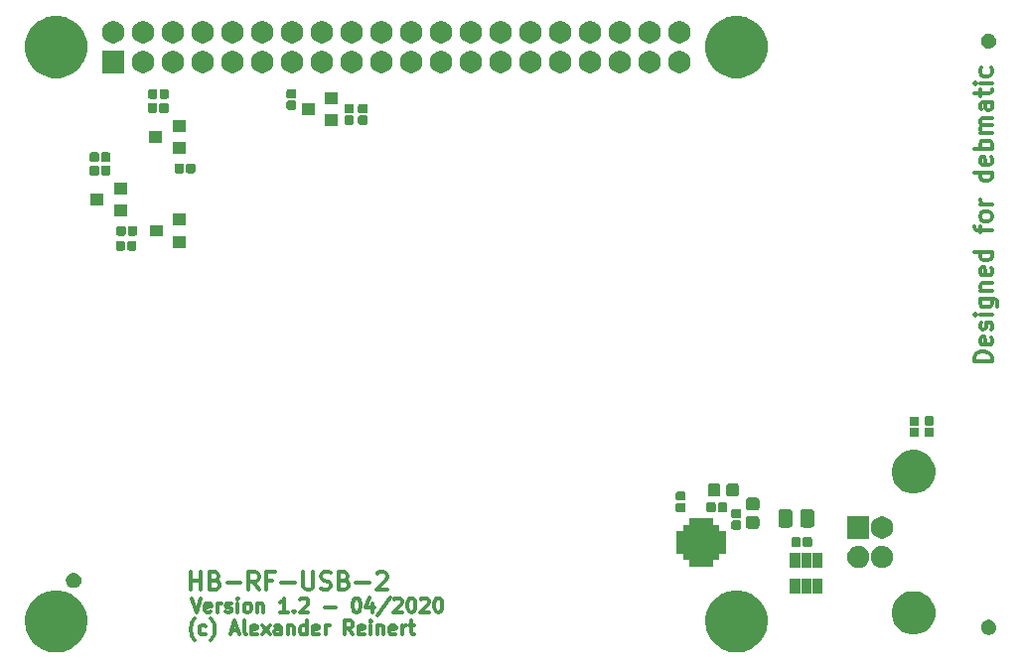
<source format=gbr>
G04 #@! TF.GenerationSoftware,KiCad,Pcbnew,(5.1.5)-3*
G04 #@! TF.CreationDate,2020-05-08T10:51:28+02:00*
G04 #@! TF.ProjectId,HB-RF-USB-2,48422d52-462d-4555-9342-2d322e6b6963,rev?*
G04 #@! TF.SameCoordinates,PX4c4b400PY7270e00*
G04 #@! TF.FileFunction,Soldermask,Top*
G04 #@! TF.FilePolarity,Negative*
%FSLAX46Y46*%
G04 Gerber Fmt 4.6, Leading zero omitted, Abs format (unit mm)*
G04 Created by KiCad (PCBNEW (5.1.5)-3) date 2020-05-08 10:51:28*
%MOMM*%
%LPD*%
G04 APERTURE LIST*
%ADD10C,0.300000*%
%ADD11C,0.100000*%
G04 APERTURE END LIST*
D10*
X83263971Y25661200D02*
X81763971Y25661200D01*
X81763971Y26018343D01*
X81835400Y26232629D01*
X81978257Y26375486D01*
X82121114Y26446915D01*
X82406828Y26518343D01*
X82621114Y26518343D01*
X82906828Y26446915D01*
X83049685Y26375486D01*
X83192542Y26232629D01*
X83263971Y26018343D01*
X83263971Y25661200D01*
X83192542Y27732629D02*
X83263971Y27589772D01*
X83263971Y27304058D01*
X83192542Y27161200D01*
X83049685Y27089772D01*
X82478257Y27089772D01*
X82335400Y27161200D01*
X82263971Y27304058D01*
X82263971Y27589772D01*
X82335400Y27732629D01*
X82478257Y27804058D01*
X82621114Y27804058D01*
X82763971Y27089772D01*
X83192542Y28375486D02*
X83263971Y28518343D01*
X83263971Y28804058D01*
X83192542Y28946915D01*
X83049685Y29018343D01*
X82978257Y29018343D01*
X82835400Y28946915D01*
X82763971Y28804058D01*
X82763971Y28589772D01*
X82692542Y28446915D01*
X82549685Y28375486D01*
X82478257Y28375486D01*
X82335400Y28446915D01*
X82263971Y28589772D01*
X82263971Y28804058D01*
X82335400Y28946915D01*
X83263971Y29661200D02*
X82263971Y29661200D01*
X81763971Y29661200D02*
X81835400Y29589772D01*
X81906828Y29661200D01*
X81835400Y29732629D01*
X81763971Y29661200D01*
X81906828Y29661200D01*
X82263971Y31018343D02*
X83478257Y31018343D01*
X83621114Y30946915D01*
X83692542Y30875486D01*
X83763971Y30732629D01*
X83763971Y30518343D01*
X83692542Y30375486D01*
X83192542Y31018343D02*
X83263971Y30875486D01*
X83263971Y30589772D01*
X83192542Y30446915D01*
X83121114Y30375486D01*
X82978257Y30304058D01*
X82549685Y30304058D01*
X82406828Y30375486D01*
X82335400Y30446915D01*
X82263971Y30589772D01*
X82263971Y30875486D01*
X82335400Y31018343D01*
X82263971Y31732629D02*
X83263971Y31732629D01*
X82406828Y31732629D02*
X82335400Y31804058D01*
X82263971Y31946915D01*
X82263971Y32161200D01*
X82335400Y32304058D01*
X82478257Y32375486D01*
X83263971Y32375486D01*
X83192542Y33661200D02*
X83263971Y33518343D01*
X83263971Y33232629D01*
X83192542Y33089772D01*
X83049685Y33018343D01*
X82478257Y33018343D01*
X82335400Y33089772D01*
X82263971Y33232629D01*
X82263971Y33518343D01*
X82335400Y33661200D01*
X82478257Y33732629D01*
X82621114Y33732629D01*
X82763971Y33018343D01*
X83263971Y35018343D02*
X81763971Y35018343D01*
X83192542Y35018343D02*
X83263971Y34875486D01*
X83263971Y34589772D01*
X83192542Y34446915D01*
X83121114Y34375486D01*
X82978257Y34304058D01*
X82549685Y34304058D01*
X82406828Y34375486D01*
X82335400Y34446915D01*
X82263971Y34589772D01*
X82263971Y34875486D01*
X82335400Y35018343D01*
X82263971Y36661200D02*
X82263971Y37232629D01*
X83263971Y36875486D02*
X81978257Y36875486D01*
X81835400Y36946915D01*
X81763971Y37089772D01*
X81763971Y37232629D01*
X83263971Y37946915D02*
X83192542Y37804058D01*
X83121114Y37732629D01*
X82978257Y37661200D01*
X82549685Y37661200D01*
X82406828Y37732629D01*
X82335400Y37804058D01*
X82263971Y37946915D01*
X82263971Y38161200D01*
X82335400Y38304058D01*
X82406828Y38375486D01*
X82549685Y38446915D01*
X82978257Y38446915D01*
X83121114Y38375486D01*
X83192542Y38304058D01*
X83263971Y38161200D01*
X83263971Y37946915D01*
X83263971Y39089772D02*
X82263971Y39089772D01*
X82549685Y39089772D02*
X82406828Y39161200D01*
X82335400Y39232629D01*
X82263971Y39375486D01*
X82263971Y39518343D01*
X83263971Y41804058D02*
X81763971Y41804058D01*
X83192542Y41804058D02*
X83263971Y41661200D01*
X83263971Y41375486D01*
X83192542Y41232629D01*
X83121114Y41161200D01*
X82978257Y41089772D01*
X82549685Y41089772D01*
X82406828Y41161200D01*
X82335400Y41232629D01*
X82263971Y41375486D01*
X82263971Y41661200D01*
X82335400Y41804058D01*
X83192542Y43089772D02*
X83263971Y42946915D01*
X83263971Y42661200D01*
X83192542Y42518343D01*
X83049685Y42446915D01*
X82478257Y42446915D01*
X82335400Y42518343D01*
X82263971Y42661200D01*
X82263971Y42946915D01*
X82335400Y43089772D01*
X82478257Y43161200D01*
X82621114Y43161200D01*
X82763971Y42446915D01*
X83263971Y43804058D02*
X81763971Y43804058D01*
X82335400Y43804058D02*
X82263971Y43946915D01*
X82263971Y44232629D01*
X82335400Y44375486D01*
X82406828Y44446915D01*
X82549685Y44518343D01*
X82978257Y44518343D01*
X83121114Y44446915D01*
X83192542Y44375486D01*
X83263971Y44232629D01*
X83263971Y43946915D01*
X83192542Y43804058D01*
X83263971Y45161200D02*
X82263971Y45161200D01*
X82406828Y45161200D02*
X82335400Y45232629D01*
X82263971Y45375486D01*
X82263971Y45589772D01*
X82335400Y45732629D01*
X82478257Y45804058D01*
X83263971Y45804058D01*
X82478257Y45804058D02*
X82335400Y45875486D01*
X82263971Y46018343D01*
X82263971Y46232629D01*
X82335400Y46375486D01*
X82478257Y46446915D01*
X83263971Y46446915D01*
X83263971Y47804058D02*
X82478257Y47804058D01*
X82335400Y47732629D01*
X82263971Y47589772D01*
X82263971Y47304058D01*
X82335400Y47161200D01*
X83192542Y47804058D02*
X83263971Y47661200D01*
X83263971Y47304058D01*
X83192542Y47161200D01*
X83049685Y47089772D01*
X82906828Y47089772D01*
X82763971Y47161200D01*
X82692542Y47304058D01*
X82692542Y47661200D01*
X82621114Y47804058D01*
X82263971Y48304058D02*
X82263971Y48875486D01*
X81763971Y48518343D02*
X83049685Y48518343D01*
X83192542Y48589772D01*
X83263971Y48732629D01*
X83263971Y48875486D01*
X83263971Y49375486D02*
X82263971Y49375486D01*
X81763971Y49375486D02*
X81835400Y49304058D01*
X81906828Y49375486D01*
X81835400Y49446915D01*
X81763971Y49375486D01*
X81906828Y49375486D01*
X83192542Y50732629D02*
X83263971Y50589772D01*
X83263971Y50304058D01*
X83192542Y50161200D01*
X83121114Y50089772D01*
X82978257Y50018343D01*
X82549685Y50018343D01*
X82406828Y50089772D01*
X82335400Y50161200D01*
X82263971Y50304058D01*
X82263971Y50589772D01*
X82335400Y50732629D01*
X15311571Y1906000D02*
X15254428Y1963143D01*
X15140142Y2134572D01*
X15083000Y2248858D01*
X15025857Y2420286D01*
X14968714Y2706000D01*
X14968714Y2934572D01*
X15025857Y3220286D01*
X15083000Y3391715D01*
X15140142Y3506000D01*
X15254428Y3677429D01*
X15311571Y3734572D01*
X16283000Y2420286D02*
X16168714Y2363143D01*
X15940142Y2363143D01*
X15825857Y2420286D01*
X15768714Y2477429D01*
X15711571Y2591715D01*
X15711571Y2934572D01*
X15768714Y3048858D01*
X15825857Y3106000D01*
X15940142Y3163143D01*
X16168714Y3163143D01*
X16283000Y3106000D01*
X16683000Y1906000D02*
X16740142Y1963143D01*
X16854428Y2134572D01*
X16911571Y2248858D01*
X16968714Y2420286D01*
X17025857Y2706000D01*
X17025857Y2934572D01*
X16968714Y3220286D01*
X16911571Y3391715D01*
X16854428Y3506000D01*
X16740142Y3677429D01*
X16683000Y3734572D01*
X18454428Y2706000D02*
X19025857Y2706000D01*
X18340142Y2363143D02*
X18740142Y3563143D01*
X19140142Y2363143D01*
X19711571Y2363143D02*
X19597285Y2420286D01*
X19540142Y2534572D01*
X19540142Y3563143D01*
X20625857Y2420286D02*
X20511571Y2363143D01*
X20283000Y2363143D01*
X20168714Y2420286D01*
X20111571Y2534572D01*
X20111571Y2991715D01*
X20168714Y3106000D01*
X20283000Y3163143D01*
X20511571Y3163143D01*
X20625857Y3106000D01*
X20683000Y2991715D01*
X20683000Y2877429D01*
X20111571Y2763143D01*
X21083000Y2363143D02*
X21711571Y3163143D01*
X21083000Y3163143D02*
X21711571Y2363143D01*
X22683000Y2363143D02*
X22683000Y2991715D01*
X22625857Y3106000D01*
X22511571Y3163143D01*
X22283000Y3163143D01*
X22168714Y3106000D01*
X22683000Y2420286D02*
X22568714Y2363143D01*
X22283000Y2363143D01*
X22168714Y2420286D01*
X22111571Y2534572D01*
X22111571Y2648858D01*
X22168714Y2763143D01*
X22283000Y2820286D01*
X22568714Y2820286D01*
X22683000Y2877429D01*
X23254428Y3163143D02*
X23254428Y2363143D01*
X23254428Y3048858D02*
X23311571Y3106000D01*
X23425857Y3163143D01*
X23597285Y3163143D01*
X23711571Y3106000D01*
X23768714Y2991715D01*
X23768714Y2363143D01*
X24854428Y2363143D02*
X24854428Y3563143D01*
X24854428Y2420286D02*
X24740142Y2363143D01*
X24511571Y2363143D01*
X24397285Y2420286D01*
X24340142Y2477429D01*
X24283000Y2591715D01*
X24283000Y2934572D01*
X24340142Y3048858D01*
X24397285Y3106000D01*
X24511571Y3163143D01*
X24740142Y3163143D01*
X24854428Y3106000D01*
X25883000Y2420286D02*
X25768714Y2363143D01*
X25540142Y2363143D01*
X25425857Y2420286D01*
X25368714Y2534572D01*
X25368714Y2991715D01*
X25425857Y3106000D01*
X25540142Y3163143D01*
X25768714Y3163143D01*
X25883000Y3106000D01*
X25940142Y2991715D01*
X25940142Y2877429D01*
X25368714Y2763143D01*
X26454428Y2363143D02*
X26454428Y3163143D01*
X26454428Y2934572D02*
X26511571Y3048858D01*
X26568714Y3106000D01*
X26683000Y3163143D01*
X26797285Y3163143D01*
X28797285Y2363143D02*
X28397285Y2934572D01*
X28111571Y2363143D02*
X28111571Y3563143D01*
X28568714Y3563143D01*
X28683000Y3506000D01*
X28740142Y3448858D01*
X28797285Y3334572D01*
X28797285Y3163143D01*
X28740142Y3048858D01*
X28683000Y2991715D01*
X28568714Y2934572D01*
X28111571Y2934572D01*
X29768714Y2420286D02*
X29654428Y2363143D01*
X29425857Y2363143D01*
X29311571Y2420286D01*
X29254428Y2534572D01*
X29254428Y2991715D01*
X29311571Y3106000D01*
X29425857Y3163143D01*
X29654428Y3163143D01*
X29768714Y3106000D01*
X29825857Y2991715D01*
X29825857Y2877429D01*
X29254428Y2763143D01*
X30340142Y2363143D02*
X30340142Y3163143D01*
X30340142Y3563143D02*
X30283000Y3506000D01*
X30340142Y3448858D01*
X30397285Y3506000D01*
X30340142Y3563143D01*
X30340142Y3448858D01*
X30911571Y3163143D02*
X30911571Y2363143D01*
X30911571Y3048858D02*
X30968714Y3106000D01*
X31083000Y3163143D01*
X31254428Y3163143D01*
X31368714Y3106000D01*
X31425857Y2991715D01*
X31425857Y2363143D01*
X32454428Y2420286D02*
X32340142Y2363143D01*
X32111571Y2363143D01*
X31997285Y2420286D01*
X31940142Y2534572D01*
X31940142Y2991715D01*
X31997285Y3106000D01*
X32111571Y3163143D01*
X32340142Y3163143D01*
X32454428Y3106000D01*
X32511571Y2991715D01*
X32511571Y2877429D01*
X31940142Y2763143D01*
X33025857Y2363143D02*
X33025857Y3163143D01*
X33025857Y2934572D02*
X33083000Y3048858D01*
X33140142Y3106000D01*
X33254428Y3163143D01*
X33368714Y3163143D01*
X33597285Y3163143D02*
X34054428Y3163143D01*
X33768714Y3563143D02*
X33768714Y2534572D01*
X33825857Y2420286D01*
X33940142Y2363143D01*
X34054428Y2363143D01*
X15051285Y5468143D02*
X15451285Y4268143D01*
X15851285Y5468143D01*
X16708428Y4325286D02*
X16594142Y4268143D01*
X16365571Y4268143D01*
X16251285Y4325286D01*
X16194142Y4439572D01*
X16194142Y4896715D01*
X16251285Y5011000D01*
X16365571Y5068143D01*
X16594142Y5068143D01*
X16708428Y5011000D01*
X16765571Y4896715D01*
X16765571Y4782429D01*
X16194142Y4668143D01*
X17279857Y4268143D02*
X17279857Y5068143D01*
X17279857Y4839572D02*
X17337000Y4953858D01*
X17394142Y5011000D01*
X17508428Y5068143D01*
X17622714Y5068143D01*
X17965571Y4325286D02*
X18079857Y4268143D01*
X18308428Y4268143D01*
X18422714Y4325286D01*
X18479857Y4439572D01*
X18479857Y4496715D01*
X18422714Y4611000D01*
X18308428Y4668143D01*
X18137000Y4668143D01*
X18022714Y4725286D01*
X17965571Y4839572D01*
X17965571Y4896715D01*
X18022714Y5011000D01*
X18137000Y5068143D01*
X18308428Y5068143D01*
X18422714Y5011000D01*
X18994142Y4268143D02*
X18994142Y5068143D01*
X18994142Y5468143D02*
X18937000Y5411000D01*
X18994142Y5353858D01*
X19051285Y5411000D01*
X18994142Y5468143D01*
X18994142Y5353858D01*
X19737000Y4268143D02*
X19622714Y4325286D01*
X19565571Y4382429D01*
X19508428Y4496715D01*
X19508428Y4839572D01*
X19565571Y4953858D01*
X19622714Y5011000D01*
X19737000Y5068143D01*
X19908428Y5068143D01*
X20022714Y5011000D01*
X20079857Y4953858D01*
X20137000Y4839572D01*
X20137000Y4496715D01*
X20079857Y4382429D01*
X20022714Y4325286D01*
X19908428Y4268143D01*
X19737000Y4268143D01*
X20651285Y5068143D02*
X20651285Y4268143D01*
X20651285Y4953858D02*
X20708428Y5011000D01*
X20822714Y5068143D01*
X20994142Y5068143D01*
X21108428Y5011000D01*
X21165571Y4896715D01*
X21165571Y4268143D01*
X23279857Y4268143D02*
X22594142Y4268143D01*
X22937000Y4268143D02*
X22937000Y5468143D01*
X22822714Y5296715D01*
X22708428Y5182429D01*
X22594142Y5125286D01*
X23794142Y4382429D02*
X23851285Y4325286D01*
X23794142Y4268143D01*
X23737000Y4325286D01*
X23794142Y4382429D01*
X23794142Y4268143D01*
X24308428Y5353858D02*
X24365571Y5411000D01*
X24479857Y5468143D01*
X24765571Y5468143D01*
X24879857Y5411000D01*
X24937000Y5353858D01*
X24994142Y5239572D01*
X24994142Y5125286D01*
X24937000Y4953858D01*
X24251285Y4268143D01*
X24994142Y4268143D01*
X26422714Y4725286D02*
X27337000Y4725286D01*
X29051285Y5468143D02*
X29165571Y5468143D01*
X29279857Y5411000D01*
X29337000Y5353858D01*
X29394142Y5239572D01*
X29451285Y5011000D01*
X29451285Y4725286D01*
X29394142Y4496715D01*
X29337000Y4382429D01*
X29279857Y4325286D01*
X29165571Y4268143D01*
X29051285Y4268143D01*
X28937000Y4325286D01*
X28879857Y4382429D01*
X28822714Y4496715D01*
X28765571Y4725286D01*
X28765571Y5011000D01*
X28822714Y5239572D01*
X28879857Y5353858D01*
X28937000Y5411000D01*
X29051285Y5468143D01*
X30479857Y5068143D02*
X30479857Y4268143D01*
X30194142Y5525286D02*
X29908428Y4668143D01*
X30651285Y4668143D01*
X31965571Y5525286D02*
X30937000Y3982429D01*
X32308428Y5353858D02*
X32365571Y5411000D01*
X32479857Y5468143D01*
X32765571Y5468143D01*
X32879857Y5411000D01*
X32937000Y5353858D01*
X32994142Y5239572D01*
X32994142Y5125286D01*
X32937000Y4953858D01*
X32251285Y4268143D01*
X32994142Y4268143D01*
X33737000Y5468143D02*
X33851285Y5468143D01*
X33965571Y5411000D01*
X34022714Y5353858D01*
X34079857Y5239572D01*
X34137000Y5011000D01*
X34137000Y4725286D01*
X34079857Y4496715D01*
X34022714Y4382429D01*
X33965571Y4325286D01*
X33851285Y4268143D01*
X33737000Y4268143D01*
X33622714Y4325286D01*
X33565571Y4382429D01*
X33508428Y4496715D01*
X33451285Y4725286D01*
X33451285Y5011000D01*
X33508428Y5239572D01*
X33565571Y5353858D01*
X33622714Y5411000D01*
X33737000Y5468143D01*
X34594142Y5353858D02*
X34651285Y5411000D01*
X34765571Y5468143D01*
X35051285Y5468143D01*
X35165571Y5411000D01*
X35222714Y5353858D01*
X35279857Y5239572D01*
X35279857Y5125286D01*
X35222714Y4953858D01*
X34537000Y4268143D01*
X35279857Y4268143D01*
X36022714Y5468143D02*
X36137000Y5468143D01*
X36251285Y5411000D01*
X36308428Y5353858D01*
X36365571Y5239572D01*
X36422714Y5011000D01*
X36422714Y4725286D01*
X36365571Y4496715D01*
X36308428Y4382429D01*
X36251285Y4325286D01*
X36137000Y4268143D01*
X36022714Y4268143D01*
X35908428Y4325286D01*
X35851285Y4382429D01*
X35794142Y4496715D01*
X35737000Y4725286D01*
X35737000Y5011000D01*
X35794142Y5239572D01*
X35851285Y5353858D01*
X35908428Y5411000D01*
X36022714Y5468143D01*
X14998142Y6205429D02*
X14998142Y7705429D01*
X14998142Y6991143D02*
X15855285Y6991143D01*
X15855285Y6205429D02*
X15855285Y7705429D01*
X17069571Y6991143D02*
X17283857Y6919715D01*
X17355285Y6848286D01*
X17426714Y6705429D01*
X17426714Y6491143D01*
X17355285Y6348286D01*
X17283857Y6276858D01*
X17141000Y6205429D01*
X16569571Y6205429D01*
X16569571Y7705429D01*
X17069571Y7705429D01*
X17212428Y7634000D01*
X17283857Y7562572D01*
X17355285Y7419715D01*
X17355285Y7276858D01*
X17283857Y7134000D01*
X17212428Y7062572D01*
X17069571Y6991143D01*
X16569571Y6991143D01*
X18069571Y6776858D02*
X19212428Y6776858D01*
X20783857Y6205429D02*
X20283857Y6919715D01*
X19926714Y6205429D02*
X19926714Y7705429D01*
X20498142Y7705429D01*
X20641000Y7634000D01*
X20712428Y7562572D01*
X20783857Y7419715D01*
X20783857Y7205429D01*
X20712428Y7062572D01*
X20641000Y6991143D01*
X20498142Y6919715D01*
X19926714Y6919715D01*
X21926714Y6991143D02*
X21426714Y6991143D01*
X21426714Y6205429D02*
X21426714Y7705429D01*
X22141000Y7705429D01*
X22712428Y6776858D02*
X23855285Y6776858D01*
X24569571Y7705429D02*
X24569571Y6491143D01*
X24641000Y6348286D01*
X24712428Y6276858D01*
X24855285Y6205429D01*
X25141000Y6205429D01*
X25283857Y6276858D01*
X25355285Y6348286D01*
X25426714Y6491143D01*
X25426714Y7705429D01*
X26069571Y6276858D02*
X26283857Y6205429D01*
X26641000Y6205429D01*
X26783857Y6276858D01*
X26855285Y6348286D01*
X26926714Y6491143D01*
X26926714Y6634000D01*
X26855285Y6776858D01*
X26783857Y6848286D01*
X26641000Y6919715D01*
X26355285Y6991143D01*
X26212428Y7062572D01*
X26141000Y7134000D01*
X26069571Y7276858D01*
X26069571Y7419715D01*
X26141000Y7562572D01*
X26212428Y7634000D01*
X26355285Y7705429D01*
X26712428Y7705429D01*
X26926714Y7634000D01*
X28069571Y6991143D02*
X28283857Y6919715D01*
X28355285Y6848286D01*
X28426714Y6705429D01*
X28426714Y6491143D01*
X28355285Y6348286D01*
X28283857Y6276858D01*
X28141000Y6205429D01*
X27569571Y6205429D01*
X27569571Y7705429D01*
X28069571Y7705429D01*
X28212428Y7634000D01*
X28283857Y7562572D01*
X28355285Y7419715D01*
X28355285Y7276858D01*
X28283857Y7134000D01*
X28212428Y7062572D01*
X28069571Y6991143D01*
X27569571Y6991143D01*
X29069571Y6776858D02*
X30212428Y6776858D01*
X30855285Y7562572D02*
X30926714Y7634000D01*
X31069571Y7705429D01*
X31426714Y7705429D01*
X31569571Y7634000D01*
X31641000Y7562572D01*
X31712428Y7419715D01*
X31712428Y7276858D01*
X31641000Y7062572D01*
X30783857Y6205429D01*
X31712428Y6205429D01*
D11*
G36*
X62102318Y6082108D02*
G01*
X62272976Y6048162D01*
X62613991Y5906909D01*
X62704430Y5869448D01*
X62755246Y5848399D01*
X63189276Y5558389D01*
X63558389Y5189276D01*
X63848399Y4755246D01*
X63990490Y4412209D01*
X64048162Y4272975D01*
X64150000Y3761004D01*
X64150000Y3238996D01*
X64112544Y3050695D01*
X64048162Y2727024D01*
X63848399Y2244754D01*
X63558389Y1810724D01*
X63189276Y1441611D01*
X62755246Y1151601D01*
X62272976Y951838D01*
X62102318Y917892D01*
X61761004Y850000D01*
X61238996Y850000D01*
X60897682Y917892D01*
X60727024Y951838D01*
X60244754Y1151601D01*
X59810724Y1441611D01*
X59441611Y1810724D01*
X59151601Y2244754D01*
X58951838Y2727024D01*
X58887456Y3050695D01*
X58850000Y3238996D01*
X58850000Y3761004D01*
X58951838Y4272975D01*
X59009511Y4412209D01*
X59151601Y4755246D01*
X59441611Y5189276D01*
X59810724Y5558389D01*
X60244754Y5848399D01*
X60295571Y5869448D01*
X60386009Y5906909D01*
X60727024Y6048162D01*
X60897682Y6082108D01*
X61238996Y6150000D01*
X61761004Y6150000D01*
X62102318Y6082108D01*
G37*
G36*
X4102318Y6082108D02*
G01*
X4272976Y6048162D01*
X4613991Y5906909D01*
X4704430Y5869448D01*
X4755246Y5848399D01*
X5189276Y5558389D01*
X5558389Y5189276D01*
X5848399Y4755246D01*
X5990490Y4412209D01*
X6048162Y4272975D01*
X6150000Y3761004D01*
X6150000Y3238996D01*
X6112544Y3050695D01*
X6048162Y2727024D01*
X5848399Y2244754D01*
X5558389Y1810724D01*
X5189276Y1441611D01*
X4755246Y1151601D01*
X4272976Y951838D01*
X4102318Y917892D01*
X3761004Y850000D01*
X3238996Y850000D01*
X2897682Y917892D01*
X2727024Y951838D01*
X2244754Y1151601D01*
X1810724Y1441611D01*
X1441611Y1810724D01*
X1151601Y2244754D01*
X951838Y2727024D01*
X887456Y3050695D01*
X850000Y3238996D01*
X850000Y3761004D01*
X951838Y4272975D01*
X1009511Y4412209D01*
X1151601Y4755246D01*
X1441611Y5189276D01*
X1810724Y5558389D01*
X2244754Y5848399D01*
X2295571Y5869448D01*
X2386009Y5906909D01*
X2727024Y6048162D01*
X2897682Y6082108D01*
X3238996Y6150000D01*
X3761004Y6150000D01*
X4102318Y6082108D01*
G37*
G36*
X83126808Y3637511D02*
G01*
X83189598Y3625021D01*
X83258891Y3596318D01*
X83307889Y3576023D01*
X83307890Y3576022D01*
X83414351Y3504888D01*
X83504888Y3414351D01*
X83504889Y3414349D01*
X83576023Y3307889D01*
X83596318Y3258891D01*
X83625021Y3189598D01*
X83650000Y3064019D01*
X83650000Y2935981D01*
X83625021Y2810402D01*
X83617817Y2793011D01*
X83576023Y2692111D01*
X83576022Y2692110D01*
X83504888Y2585649D01*
X83414351Y2495112D01*
X83360760Y2459304D01*
X83307889Y2423977D01*
X83258891Y2403682D01*
X83189598Y2374979D01*
X83126809Y2362490D01*
X83064021Y2350000D01*
X82935979Y2350000D01*
X82873191Y2362490D01*
X82810402Y2374979D01*
X82741109Y2403682D01*
X82692111Y2423977D01*
X82639240Y2459304D01*
X82585649Y2495112D01*
X82495112Y2585649D01*
X82423978Y2692110D01*
X82423977Y2692111D01*
X82382183Y2793011D01*
X82374979Y2810402D01*
X82350000Y2935981D01*
X82350000Y3064019D01*
X82374979Y3189598D01*
X82403682Y3258891D01*
X82423977Y3307889D01*
X82495111Y3414349D01*
X82495112Y3414351D01*
X82585649Y3504888D01*
X82692110Y3576022D01*
X82692111Y3576023D01*
X82741109Y3596318D01*
X82810402Y3625021D01*
X82873192Y3637511D01*
X82935979Y3650000D01*
X83064021Y3650000D01*
X83126808Y3637511D01*
G37*
G36*
X77141623Y6008906D02*
G01*
X77478302Y5869449D01*
X77578846Y5802268D01*
X77781306Y5666989D01*
X78038989Y5409306D01*
X78174268Y5206846D01*
X78241449Y5106302D01*
X78380906Y4769623D01*
X78452000Y4412211D01*
X78452000Y4047789D01*
X78380906Y3690377D01*
X78241449Y3353698D01*
X78241448Y3353697D01*
X78038989Y3050694D01*
X77781306Y2793011D01*
X77630296Y2692110D01*
X77478302Y2590551D01*
X77141623Y2451094D01*
X76784211Y2380000D01*
X76419789Y2380000D01*
X76062377Y2451094D01*
X75725698Y2590551D01*
X75573704Y2692110D01*
X75422694Y2793011D01*
X75165011Y3050694D01*
X74962552Y3353697D01*
X74962551Y3353698D01*
X74823094Y3690377D01*
X74752000Y4047789D01*
X74752000Y4412211D01*
X74823094Y4769623D01*
X74962551Y5106302D01*
X75029732Y5206846D01*
X75165011Y5409306D01*
X75422694Y5666989D01*
X75625154Y5802268D01*
X75725698Y5869449D01*
X76062377Y6008906D01*
X76419789Y6080000D01*
X76784211Y6080000D01*
X77141623Y6008906D01*
G37*
G36*
X67872000Y5875000D02*
G01*
X67022000Y5875000D01*
X67022000Y7135000D01*
X67872000Y7135000D01*
X67872000Y5875000D01*
G37*
G36*
X66922000Y5875000D02*
G01*
X66072000Y5875000D01*
X66072000Y7135000D01*
X66922000Y7135000D01*
X66922000Y5875000D01*
G37*
G36*
X68822000Y5875000D02*
G01*
X67972000Y5875000D01*
X67972000Y7135000D01*
X68822000Y7135000D01*
X68822000Y5875000D01*
G37*
G36*
X5126808Y7637511D02*
G01*
X5189598Y7625021D01*
X5258891Y7596318D01*
X5307889Y7576023D01*
X5307890Y7576022D01*
X5414351Y7504888D01*
X5504888Y7414351D01*
X5504889Y7414349D01*
X5576023Y7307889D01*
X5596318Y7258891D01*
X5625021Y7189598D01*
X5650000Y7064019D01*
X5650000Y6935981D01*
X5625021Y6810402D01*
X5596318Y6741109D01*
X5576023Y6692111D01*
X5576022Y6692110D01*
X5504888Y6585649D01*
X5414351Y6495112D01*
X5360760Y6459304D01*
X5307889Y6423977D01*
X5258891Y6403682D01*
X5189598Y6374979D01*
X5126809Y6362490D01*
X5064021Y6350000D01*
X4935979Y6350000D01*
X4873191Y6362490D01*
X4810402Y6374979D01*
X4741109Y6403682D01*
X4692111Y6423977D01*
X4639240Y6459304D01*
X4585649Y6495112D01*
X4495112Y6585649D01*
X4423978Y6692110D01*
X4423977Y6692111D01*
X4403682Y6741109D01*
X4374979Y6810402D01*
X4350000Y6935981D01*
X4350000Y7064019D01*
X4374979Y7189598D01*
X4403682Y7258891D01*
X4423977Y7307889D01*
X4495111Y7414349D01*
X4495112Y7414351D01*
X4585649Y7504888D01*
X4692110Y7576022D01*
X4692111Y7576023D01*
X4741109Y7596318D01*
X4810402Y7625021D01*
X4873192Y7637511D01*
X4935979Y7650000D01*
X5064021Y7650000D01*
X5126808Y7637511D01*
G37*
G36*
X74169103Y9913493D02*
G01*
X74285318Y9865355D01*
X74341994Y9841879D01*
X74497590Y9737913D01*
X74629913Y9605590D01*
X74629914Y9605588D01*
X74733880Y9449992D01*
X74805493Y9277103D01*
X74842000Y9093568D01*
X74842000Y8906432D01*
X74805493Y8722897D01*
X74805492Y8722895D01*
X74733879Y8550006D01*
X74629913Y8394410D01*
X74497590Y8262087D01*
X74341994Y8158121D01*
X74341993Y8158120D01*
X74341992Y8158120D01*
X74169103Y8086507D01*
X73985568Y8050000D01*
X73798432Y8050000D01*
X73614897Y8086507D01*
X73442008Y8158120D01*
X73442007Y8158120D01*
X73442006Y8158121D01*
X73286410Y8262087D01*
X73154087Y8394410D01*
X73050121Y8550006D01*
X72978508Y8722895D01*
X72978507Y8722897D01*
X72942000Y8906432D01*
X72942000Y9093568D01*
X72978507Y9277103D01*
X73050120Y9449992D01*
X73154086Y9605588D01*
X73154087Y9605590D01*
X73286410Y9737913D01*
X73442006Y9841879D01*
X73498682Y9865355D01*
X73614897Y9913493D01*
X73798432Y9950000D01*
X73985568Y9950000D01*
X74169103Y9913493D01*
G37*
G36*
X72169103Y9913493D02*
G01*
X72285318Y9865355D01*
X72341994Y9841879D01*
X72497590Y9737913D01*
X72629913Y9605590D01*
X72629914Y9605588D01*
X72733880Y9449992D01*
X72805493Y9277103D01*
X72842000Y9093568D01*
X72842000Y8906432D01*
X72805493Y8722897D01*
X72805492Y8722895D01*
X72733879Y8550006D01*
X72629913Y8394410D01*
X72497590Y8262087D01*
X72341994Y8158121D01*
X72341993Y8158120D01*
X72341992Y8158120D01*
X72169103Y8086507D01*
X71985568Y8050000D01*
X71798432Y8050000D01*
X71614897Y8086507D01*
X71442008Y8158120D01*
X71442007Y8158120D01*
X71442006Y8158121D01*
X71286410Y8262087D01*
X71154087Y8394410D01*
X71050121Y8550006D01*
X70978508Y8722895D01*
X70978507Y8722897D01*
X70942000Y8906432D01*
X70942000Y9093568D01*
X70978507Y9277103D01*
X71050120Y9449992D01*
X71154086Y9605588D01*
X71154087Y9605590D01*
X71286410Y9737913D01*
X71442006Y9841879D01*
X71498682Y9865355D01*
X71614897Y9913493D01*
X71798432Y9950000D01*
X71985568Y9950000D01*
X72169103Y9913493D01*
G37*
G36*
X68822000Y8075000D02*
G01*
X67972000Y8075000D01*
X67972000Y9335000D01*
X68822000Y9335000D01*
X68822000Y8075000D01*
G37*
G36*
X66922000Y8075000D02*
G01*
X66072000Y8075000D01*
X66072000Y9335000D01*
X66922000Y9335000D01*
X66922000Y8075000D01*
G37*
G36*
X67872000Y8075000D02*
G01*
X67022000Y8075000D01*
X67022000Y9335000D01*
X67872000Y9335000D01*
X67872000Y8075000D01*
G37*
G36*
X59506200Y11796599D02*
G01*
X59507161Y11786845D01*
X59510006Y11777465D01*
X59514626Y11768821D01*
X59520844Y11761244D01*
X59528421Y11755026D01*
X59537065Y11750406D01*
X59546445Y11747561D01*
X59556199Y11746600D01*
X60006200Y11746600D01*
X60006200Y11296599D01*
X60007161Y11286845D01*
X60010006Y11277465D01*
X60014626Y11268821D01*
X60020844Y11261244D01*
X60028421Y11255026D01*
X60037065Y11250406D01*
X60046445Y11247561D01*
X60056199Y11246600D01*
X60606200Y11246600D01*
X60606200Y9246600D01*
X60056199Y9246600D01*
X60046445Y9245639D01*
X60037065Y9242794D01*
X60028421Y9238174D01*
X60020844Y9231956D01*
X60014626Y9224379D01*
X60010006Y9215735D01*
X60007161Y9206355D01*
X60006200Y9196601D01*
X60006200Y8746600D01*
X59556199Y8746600D01*
X59546445Y8745639D01*
X59537065Y8742794D01*
X59528421Y8738174D01*
X59520844Y8731956D01*
X59514626Y8724379D01*
X59510006Y8715735D01*
X59507161Y8706355D01*
X59506200Y8696601D01*
X59506200Y8146600D01*
X57506200Y8146600D01*
X57506200Y8696601D01*
X57505239Y8706355D01*
X57502394Y8715735D01*
X57497774Y8724379D01*
X57491556Y8731956D01*
X57483979Y8738174D01*
X57475335Y8742794D01*
X57465955Y8745639D01*
X57456201Y8746600D01*
X57006200Y8746600D01*
X57006200Y9196601D01*
X57005239Y9206355D01*
X57002394Y9215735D01*
X56997774Y9224379D01*
X56991556Y9231956D01*
X56983979Y9238174D01*
X56975335Y9242794D01*
X56965955Y9245639D01*
X56956201Y9246600D01*
X56406200Y9246600D01*
X56406200Y11246600D01*
X56956201Y11246600D01*
X56965955Y11247561D01*
X56975335Y11250406D01*
X56983979Y11255026D01*
X56991556Y11261244D01*
X56997774Y11268821D01*
X57002394Y11277465D01*
X57005239Y11286845D01*
X57006200Y11296599D01*
X57006200Y11746600D01*
X57456201Y11746600D01*
X57465955Y11747561D01*
X57475335Y11750406D01*
X57483979Y11755026D01*
X57491556Y11761244D01*
X57497774Y11768821D01*
X57502394Y11777465D01*
X57505239Y11786845D01*
X57506200Y11796599D01*
X57506200Y12346600D01*
X59506200Y12346600D01*
X59506200Y11796599D01*
G37*
G36*
X66837105Y10688449D02*
G01*
X66869422Y10678645D01*
X66899203Y10662727D01*
X66925306Y10641306D01*
X66946727Y10615203D01*
X66962645Y10585422D01*
X66972449Y10553105D01*
X66976000Y10517046D01*
X66976000Y10026954D01*
X66972449Y9990895D01*
X66962645Y9958578D01*
X66946727Y9928797D01*
X66925306Y9902694D01*
X66899203Y9881273D01*
X66869422Y9865355D01*
X66837105Y9855551D01*
X66801046Y9852000D01*
X66360954Y9852000D01*
X66324895Y9855551D01*
X66292578Y9865355D01*
X66262797Y9881273D01*
X66236694Y9902694D01*
X66215273Y9928797D01*
X66199355Y9958578D01*
X66189551Y9990895D01*
X66186000Y10026954D01*
X66186000Y10517046D01*
X66189551Y10553105D01*
X66199355Y10585422D01*
X66215273Y10615203D01*
X66236694Y10641306D01*
X66262797Y10662727D01*
X66292578Y10678645D01*
X66324895Y10688449D01*
X66360954Y10692000D01*
X66801046Y10692000D01*
X66837105Y10688449D01*
G37*
G36*
X67807105Y10688449D02*
G01*
X67839422Y10678645D01*
X67869203Y10662727D01*
X67895306Y10641306D01*
X67916727Y10615203D01*
X67932645Y10585422D01*
X67942449Y10553105D01*
X67946000Y10517046D01*
X67946000Y10026954D01*
X67942449Y9990895D01*
X67932645Y9958578D01*
X67916727Y9928797D01*
X67895306Y9902694D01*
X67869203Y9881273D01*
X67839422Y9865355D01*
X67807105Y9855551D01*
X67771046Y9852000D01*
X67330954Y9852000D01*
X67294895Y9855551D01*
X67262578Y9865355D01*
X67232797Y9881273D01*
X67206694Y9902694D01*
X67185273Y9928797D01*
X67169355Y9958578D01*
X67159551Y9990895D01*
X67156000Y10026954D01*
X67156000Y10517046D01*
X67159551Y10553105D01*
X67169355Y10585422D01*
X67185273Y10615203D01*
X67206694Y10641306D01*
X67232797Y10662727D01*
X67262578Y10678645D01*
X67294895Y10688449D01*
X67330954Y10692000D01*
X67771046Y10692000D01*
X67807105Y10688449D01*
G37*
G36*
X72842000Y10550000D02*
G01*
X70942000Y10550000D01*
X70942000Y12450000D01*
X72842000Y12450000D01*
X72842000Y10550000D01*
G37*
G36*
X74169103Y12413493D02*
G01*
X74330597Y12346600D01*
X74341994Y12341879D01*
X74497590Y12237913D01*
X74629913Y12105590D01*
X74629914Y12105588D01*
X74733880Y11949992D01*
X74805493Y11777103D01*
X74842000Y11593568D01*
X74842000Y11406432D01*
X74805493Y11222897D01*
X74805492Y11222895D01*
X74733879Y11050006D01*
X74629913Y10894410D01*
X74497590Y10762087D01*
X74341994Y10658121D01*
X74341993Y10658120D01*
X74341992Y10658120D01*
X74169103Y10586507D01*
X73985568Y10550000D01*
X73798432Y10550000D01*
X73614897Y10586507D01*
X73442008Y10658120D01*
X73442007Y10658120D01*
X73442006Y10658121D01*
X73286410Y10762087D01*
X73154087Y10894410D01*
X73050121Y11050006D01*
X72978508Y11222895D01*
X72978507Y11222897D01*
X72942000Y11406432D01*
X72942000Y11593568D01*
X72978507Y11777103D01*
X73050120Y11949992D01*
X73154086Y12105588D01*
X73154087Y12105590D01*
X73286410Y12237913D01*
X73442006Y12341879D01*
X73453403Y12346600D01*
X73614897Y12413493D01*
X73798432Y12450000D01*
X73985568Y12450000D01*
X74169103Y12413493D01*
G37*
G36*
X61759105Y12108849D02*
G01*
X61791422Y12099045D01*
X61821203Y12083127D01*
X61847306Y12061706D01*
X61868727Y12035603D01*
X61884645Y12005822D01*
X61894449Y11973505D01*
X61898000Y11937446D01*
X61898000Y11497354D01*
X61894449Y11461295D01*
X61884645Y11428978D01*
X61868727Y11399197D01*
X61847306Y11373094D01*
X61821203Y11351673D01*
X61791422Y11335755D01*
X61759105Y11325951D01*
X61723046Y11322400D01*
X61232954Y11322400D01*
X61196895Y11325951D01*
X61164578Y11335755D01*
X61134797Y11351673D01*
X61108694Y11373094D01*
X61087273Y11399197D01*
X61071355Y11428978D01*
X61061551Y11461295D01*
X61058000Y11497354D01*
X61058000Y11937446D01*
X61061551Y11973505D01*
X61071355Y12005822D01*
X61087273Y12035603D01*
X61108694Y12061706D01*
X61134797Y12083127D01*
X61164578Y12099045D01*
X61196895Y12108849D01*
X61232954Y12112400D01*
X61723046Y12112400D01*
X61759105Y12108849D01*
G37*
G36*
X63253755Y12480880D02*
G01*
X63299435Y12467023D01*
X63341535Y12444519D01*
X63378436Y12414236D01*
X63408719Y12377335D01*
X63431223Y12335235D01*
X63445080Y12289555D01*
X63450000Y12239597D01*
X63450000Y11657003D01*
X63445080Y11607045D01*
X63431223Y11561365D01*
X63408719Y11519265D01*
X63378436Y11482364D01*
X63341535Y11452081D01*
X63299435Y11429577D01*
X63253755Y11415720D01*
X63203797Y11410800D01*
X62546203Y11410800D01*
X62496245Y11415720D01*
X62450565Y11429577D01*
X62408465Y11452081D01*
X62371564Y11482364D01*
X62341281Y11519265D01*
X62318777Y11561365D01*
X62304920Y11607045D01*
X62300000Y11657003D01*
X62300000Y12239597D01*
X62304920Y12289555D01*
X62318777Y12335235D01*
X62341281Y12377335D01*
X62371564Y12414236D01*
X62408465Y12444519D01*
X62450565Y12467023D01*
X62496245Y12480880D01*
X62546203Y12485800D01*
X63203797Y12485800D01*
X63253755Y12480880D01*
G37*
G36*
X66042434Y13098599D02*
G01*
X66092801Y13083320D01*
X66139227Y13058505D01*
X66179915Y13025115D01*
X66213305Y12984427D01*
X66238120Y12938001D01*
X66253399Y12887634D01*
X66258800Y12832796D01*
X66258800Y11775204D01*
X66253399Y11720366D01*
X66238120Y11669999D01*
X66213305Y11623573D01*
X66179915Y11582885D01*
X66139227Y11549495D01*
X66092801Y11524680D01*
X66042434Y11509401D01*
X65987596Y11504000D01*
X65355004Y11504000D01*
X65300166Y11509401D01*
X65249799Y11524680D01*
X65203373Y11549495D01*
X65162685Y11582885D01*
X65129295Y11623573D01*
X65104480Y11669999D01*
X65089201Y11720366D01*
X65083800Y11775204D01*
X65083800Y12832796D01*
X65089201Y12887634D01*
X65104480Y12938001D01*
X65129295Y12984427D01*
X65162685Y13025115D01*
X65203373Y13058505D01*
X65249799Y13083320D01*
X65300166Y13098599D01*
X65355004Y13104000D01*
X65987596Y13104000D01*
X66042434Y13098599D01*
G37*
G36*
X67917434Y13098599D02*
G01*
X67967801Y13083320D01*
X68014227Y13058505D01*
X68054915Y13025115D01*
X68088305Y12984427D01*
X68113120Y12938001D01*
X68128399Y12887634D01*
X68133800Y12832796D01*
X68133800Y11775204D01*
X68128399Y11720366D01*
X68113120Y11669999D01*
X68088305Y11623573D01*
X68054915Y11582885D01*
X68014227Y11549495D01*
X67967801Y11524680D01*
X67917434Y11509401D01*
X67862596Y11504000D01*
X67230004Y11504000D01*
X67175166Y11509401D01*
X67124799Y11524680D01*
X67078373Y11549495D01*
X67037685Y11582885D01*
X67004295Y11623573D01*
X66979480Y11669999D01*
X66964201Y11720366D01*
X66958800Y11775204D01*
X66958800Y12832796D01*
X66964201Y12887634D01*
X66979480Y12938001D01*
X67004295Y12984427D01*
X67037685Y13025115D01*
X67078373Y13058505D01*
X67124799Y13083320D01*
X67175166Y13098599D01*
X67230004Y13104000D01*
X67862596Y13104000D01*
X67917434Y13098599D01*
G37*
G36*
X61759105Y13078849D02*
G01*
X61791422Y13069045D01*
X61821203Y13053127D01*
X61847306Y13031706D01*
X61868727Y13005603D01*
X61884645Y12975822D01*
X61894449Y12943505D01*
X61898000Y12907446D01*
X61898000Y12467354D01*
X61894449Y12431295D01*
X61884645Y12398978D01*
X61868727Y12369197D01*
X61847306Y12343094D01*
X61821203Y12321673D01*
X61791422Y12305755D01*
X61759105Y12295951D01*
X61723046Y12292400D01*
X61232954Y12292400D01*
X61196895Y12295951D01*
X61164578Y12305755D01*
X61134797Y12321673D01*
X61108694Y12343094D01*
X61087273Y12369197D01*
X61071355Y12398978D01*
X61061551Y12431295D01*
X61058000Y12467354D01*
X61058000Y12907446D01*
X61061551Y12943505D01*
X61071355Y12975822D01*
X61087273Y13005603D01*
X61108694Y13031706D01*
X61134797Y13053127D01*
X61164578Y13069045D01*
X61196895Y13078849D01*
X61232954Y13082400D01*
X61723046Y13082400D01*
X61759105Y13078849D01*
G37*
G36*
X57034705Y13607449D02*
G01*
X57067022Y13597645D01*
X57096803Y13581727D01*
X57122906Y13560306D01*
X57144327Y13534203D01*
X57160245Y13504422D01*
X57170049Y13472105D01*
X57173600Y13436046D01*
X57173600Y12995954D01*
X57170049Y12959895D01*
X57160245Y12927578D01*
X57144327Y12897797D01*
X57122906Y12871694D01*
X57096803Y12850273D01*
X57067022Y12834355D01*
X57034705Y12824551D01*
X56998646Y12821000D01*
X56508554Y12821000D01*
X56472495Y12824551D01*
X56440178Y12834355D01*
X56410397Y12850273D01*
X56384294Y12871694D01*
X56362873Y12897797D01*
X56346955Y12927578D01*
X56337151Y12959895D01*
X56333600Y12995954D01*
X56333600Y13436046D01*
X56337151Y13472105D01*
X56346955Y13504422D01*
X56362873Y13534203D01*
X56384294Y13560306D01*
X56410397Y13581727D01*
X56440178Y13597645D01*
X56472495Y13607449D01*
X56508554Y13611000D01*
X56998646Y13611000D01*
X57034705Y13607449D01*
G37*
G36*
X59598105Y13660249D02*
G01*
X59630422Y13650445D01*
X59660203Y13634527D01*
X59686306Y13613106D01*
X59707727Y13587003D01*
X59723645Y13557222D01*
X59733449Y13524905D01*
X59737000Y13488846D01*
X59737000Y12998754D01*
X59733449Y12962695D01*
X59723645Y12930378D01*
X59707727Y12900597D01*
X59686306Y12874494D01*
X59660203Y12853073D01*
X59630422Y12837155D01*
X59598105Y12827351D01*
X59562046Y12823800D01*
X59121954Y12823800D01*
X59085895Y12827351D01*
X59053578Y12837155D01*
X59023797Y12853073D01*
X58997694Y12874494D01*
X58976273Y12900597D01*
X58960355Y12930378D01*
X58950551Y12962695D01*
X58947000Y12998754D01*
X58947000Y13488846D01*
X58950551Y13524905D01*
X58960355Y13557222D01*
X58976273Y13587003D01*
X58997694Y13613106D01*
X59023797Y13634527D01*
X59053578Y13650445D01*
X59085895Y13660249D01*
X59121954Y13663800D01*
X59562046Y13663800D01*
X59598105Y13660249D01*
G37*
G36*
X60568105Y13660249D02*
G01*
X60600422Y13650445D01*
X60630203Y13634527D01*
X60656306Y13613106D01*
X60677727Y13587003D01*
X60693645Y13557222D01*
X60703449Y13524905D01*
X60707000Y13488846D01*
X60707000Y12998754D01*
X60703449Y12962695D01*
X60693645Y12930378D01*
X60677727Y12900597D01*
X60656306Y12874494D01*
X60630203Y12853073D01*
X60600422Y12837155D01*
X60568105Y12827351D01*
X60532046Y12823800D01*
X60091954Y12823800D01*
X60055895Y12827351D01*
X60023578Y12837155D01*
X59993797Y12853073D01*
X59967694Y12874494D01*
X59946273Y12900597D01*
X59930355Y12930378D01*
X59920551Y12962695D01*
X59917000Y12998754D01*
X59917000Y13488846D01*
X59920551Y13524905D01*
X59930355Y13557222D01*
X59946273Y13587003D01*
X59967694Y13613106D01*
X59993797Y13634527D01*
X60023578Y13650445D01*
X60055895Y13660249D01*
X60091954Y13663800D01*
X60532046Y13663800D01*
X60568105Y13660249D01*
G37*
G36*
X63253755Y14055880D02*
G01*
X63299435Y14042023D01*
X63341535Y14019519D01*
X63378436Y13989236D01*
X63408719Y13952335D01*
X63431223Y13910235D01*
X63445080Y13864555D01*
X63450000Y13814597D01*
X63450000Y13232003D01*
X63445080Y13182045D01*
X63431223Y13136365D01*
X63408719Y13094265D01*
X63378436Y13057364D01*
X63341535Y13027081D01*
X63299435Y13004577D01*
X63253755Y12990720D01*
X63203797Y12985800D01*
X62546203Y12985800D01*
X62496245Y12990720D01*
X62450565Y13004577D01*
X62408465Y13027081D01*
X62371564Y13057364D01*
X62341281Y13094265D01*
X62318777Y13136365D01*
X62304920Y13182045D01*
X62300000Y13232003D01*
X62300000Y13814597D01*
X62304920Y13864555D01*
X62318777Y13910235D01*
X62341281Y13952335D01*
X62371564Y13989236D01*
X62408465Y14019519D01*
X62450565Y14042023D01*
X62496245Y14055880D01*
X62546203Y14060800D01*
X63203797Y14060800D01*
X63253755Y14055880D01*
G37*
G36*
X57034705Y14577449D02*
G01*
X57067022Y14567645D01*
X57096803Y14551727D01*
X57122906Y14530306D01*
X57144327Y14504203D01*
X57160245Y14474422D01*
X57170049Y14442105D01*
X57173600Y14406046D01*
X57173600Y13965954D01*
X57170049Y13929895D01*
X57160245Y13897578D01*
X57144327Y13867797D01*
X57122906Y13841694D01*
X57096803Y13820273D01*
X57067022Y13804355D01*
X57034705Y13794551D01*
X56998646Y13791000D01*
X56508554Y13791000D01*
X56472495Y13794551D01*
X56440178Y13804355D01*
X56410397Y13820273D01*
X56384294Y13841694D01*
X56362873Y13867797D01*
X56346955Y13897578D01*
X56337151Y13929895D01*
X56333600Y13965954D01*
X56333600Y14406046D01*
X56337151Y14442105D01*
X56346955Y14474422D01*
X56362873Y14504203D01*
X56384294Y14530306D01*
X56410397Y14551727D01*
X56440178Y14567645D01*
X56472495Y14577449D01*
X56508554Y14581000D01*
X56998646Y14581000D01*
X57034705Y14577449D01*
G37*
G36*
X59939555Y15287080D02*
G01*
X59985235Y15273223D01*
X60027335Y15250719D01*
X60064236Y15220436D01*
X60094519Y15183535D01*
X60117023Y15141435D01*
X60130880Y15095755D01*
X60135800Y15045797D01*
X60135800Y14388203D01*
X60130880Y14338245D01*
X60117023Y14292565D01*
X60094519Y14250465D01*
X60064236Y14213564D01*
X60027335Y14183281D01*
X59985235Y14160777D01*
X59939555Y14146920D01*
X59889597Y14142000D01*
X59307003Y14142000D01*
X59257045Y14146920D01*
X59211365Y14160777D01*
X59169265Y14183281D01*
X59132364Y14213564D01*
X59102081Y14250465D01*
X59079577Y14292565D01*
X59065720Y14338245D01*
X59060800Y14388203D01*
X59060800Y15045797D01*
X59065720Y15095755D01*
X59079577Y15141435D01*
X59102081Y15183535D01*
X59132364Y15220436D01*
X59169265Y15250719D01*
X59211365Y15273223D01*
X59257045Y15287080D01*
X59307003Y15292000D01*
X59889597Y15292000D01*
X59939555Y15287080D01*
G37*
G36*
X61514555Y15287080D02*
G01*
X61560235Y15273223D01*
X61602335Y15250719D01*
X61639236Y15220436D01*
X61669519Y15183535D01*
X61692023Y15141435D01*
X61705880Y15095755D01*
X61710800Y15045797D01*
X61710800Y14388203D01*
X61705880Y14338245D01*
X61692023Y14292565D01*
X61669519Y14250465D01*
X61639236Y14213564D01*
X61602335Y14183281D01*
X61560235Y14160777D01*
X61514555Y14146920D01*
X61464597Y14142000D01*
X60882003Y14142000D01*
X60832045Y14146920D01*
X60786365Y14160777D01*
X60744265Y14183281D01*
X60707364Y14213564D01*
X60677081Y14250465D01*
X60654577Y14292565D01*
X60640720Y14338245D01*
X60635800Y14388203D01*
X60635800Y15045797D01*
X60640720Y15095755D01*
X60654577Y15141435D01*
X60677081Y15183535D01*
X60707364Y15220436D01*
X60744265Y15250719D01*
X60786365Y15273223D01*
X60832045Y15287080D01*
X60882003Y15292000D01*
X61464597Y15292000D01*
X61514555Y15287080D01*
G37*
G36*
X77141623Y18048906D02*
G01*
X77478302Y17909449D01*
X77478303Y17909448D01*
X77781306Y17706989D01*
X78038989Y17449306D01*
X78174268Y17246846D01*
X78241449Y17146302D01*
X78380906Y16809623D01*
X78452000Y16452211D01*
X78452000Y16087789D01*
X78380906Y15730377D01*
X78241449Y15393698D01*
X78241448Y15393697D01*
X78038989Y15090694D01*
X77781306Y14833011D01*
X77578846Y14697732D01*
X77478302Y14630551D01*
X77141623Y14491094D01*
X76784211Y14420000D01*
X76419789Y14420000D01*
X76062377Y14491094D01*
X75725698Y14630551D01*
X75625154Y14697732D01*
X75422694Y14833011D01*
X75165011Y15090694D01*
X74962552Y15393697D01*
X74962551Y15393698D01*
X74823094Y15730377D01*
X74752000Y16087789D01*
X74752000Y16452211D01*
X74823094Y16809623D01*
X74962551Y17146302D01*
X75029732Y17246846D01*
X75165011Y17449306D01*
X75422694Y17706989D01*
X75725697Y17909448D01*
X75725698Y17909449D01*
X76062377Y18048906D01*
X76419789Y18120000D01*
X76784211Y18120000D01*
X77141623Y18048906D01*
G37*
G36*
X76935605Y20010649D02*
G01*
X76967922Y20000845D01*
X76997703Y19984927D01*
X77023806Y19963506D01*
X77045227Y19937403D01*
X77061145Y19907622D01*
X77070949Y19875305D01*
X77074500Y19839246D01*
X77074500Y19399154D01*
X77070949Y19363095D01*
X77061145Y19330778D01*
X77045227Y19300997D01*
X77023806Y19274894D01*
X76997703Y19253473D01*
X76967922Y19237555D01*
X76935605Y19227751D01*
X76899546Y19224200D01*
X76409454Y19224200D01*
X76373395Y19227751D01*
X76341078Y19237555D01*
X76311297Y19253473D01*
X76285194Y19274894D01*
X76263773Y19300997D01*
X76247855Y19330778D01*
X76238051Y19363095D01*
X76234500Y19399154D01*
X76234500Y19839246D01*
X76238051Y19875305D01*
X76247855Y19907622D01*
X76263773Y19937403D01*
X76285194Y19963506D01*
X76311297Y19984927D01*
X76341078Y20000845D01*
X76373395Y20010649D01*
X76409454Y20014200D01*
X76899546Y20014200D01*
X76935605Y20010649D01*
G37*
G36*
X78205605Y20033649D02*
G01*
X78237922Y20023845D01*
X78267703Y20007927D01*
X78293806Y19986506D01*
X78315227Y19960403D01*
X78331145Y19930622D01*
X78340949Y19898305D01*
X78344500Y19862246D01*
X78344500Y19422154D01*
X78340949Y19386095D01*
X78331145Y19353778D01*
X78315227Y19323997D01*
X78293806Y19297894D01*
X78267703Y19276473D01*
X78237922Y19260555D01*
X78205605Y19250751D01*
X78169546Y19247200D01*
X77679454Y19247200D01*
X77643395Y19250751D01*
X77611078Y19260555D01*
X77581297Y19276473D01*
X77555194Y19297894D01*
X77533773Y19323997D01*
X77517855Y19353778D01*
X77508051Y19386095D01*
X77504500Y19422154D01*
X77504500Y19862246D01*
X77508051Y19898305D01*
X77517855Y19930622D01*
X77533773Y19960403D01*
X77555194Y19986506D01*
X77581297Y20007927D01*
X77611078Y20023845D01*
X77643395Y20033649D01*
X77679454Y20037200D01*
X78169546Y20037200D01*
X78205605Y20033649D01*
G37*
G36*
X76935605Y20980649D02*
G01*
X76967922Y20970845D01*
X76997703Y20954927D01*
X77023806Y20933506D01*
X77045227Y20907403D01*
X77061145Y20877622D01*
X77070949Y20845305D01*
X77074500Y20809246D01*
X77074500Y20369154D01*
X77070949Y20333095D01*
X77061145Y20300778D01*
X77045227Y20270997D01*
X77023806Y20244894D01*
X76997703Y20223473D01*
X76967922Y20207555D01*
X76935605Y20197751D01*
X76899546Y20194200D01*
X76409454Y20194200D01*
X76373395Y20197751D01*
X76341078Y20207555D01*
X76311297Y20223473D01*
X76285194Y20244894D01*
X76263773Y20270997D01*
X76247855Y20300778D01*
X76238051Y20333095D01*
X76234500Y20369154D01*
X76234500Y20809246D01*
X76238051Y20845305D01*
X76247855Y20877622D01*
X76263773Y20907403D01*
X76285194Y20933506D01*
X76311297Y20954927D01*
X76341078Y20970845D01*
X76373395Y20980649D01*
X76409454Y20984200D01*
X76899546Y20984200D01*
X76935605Y20980649D01*
G37*
G36*
X78205605Y21003649D02*
G01*
X78237922Y20993845D01*
X78267703Y20977927D01*
X78293806Y20956506D01*
X78315227Y20930403D01*
X78331145Y20900622D01*
X78340949Y20868305D01*
X78344500Y20832246D01*
X78344500Y20392154D01*
X78340949Y20356095D01*
X78331145Y20323778D01*
X78315227Y20293997D01*
X78293806Y20267894D01*
X78267703Y20246473D01*
X78237922Y20230555D01*
X78205605Y20220751D01*
X78169546Y20217200D01*
X77679454Y20217200D01*
X77643395Y20220751D01*
X77611078Y20230555D01*
X77581297Y20246473D01*
X77555194Y20267894D01*
X77533773Y20293997D01*
X77517855Y20323778D01*
X77508051Y20356095D01*
X77504500Y20392154D01*
X77504500Y20832246D01*
X77508051Y20868305D01*
X77517855Y20900622D01*
X77533773Y20930403D01*
X77555194Y20956506D01*
X77581297Y20977927D01*
X77611078Y20993845D01*
X77643395Y21003649D01*
X77679454Y21007200D01*
X78169546Y21007200D01*
X78205605Y21003649D01*
G37*
G36*
X10212605Y35961449D02*
G01*
X10244922Y35951645D01*
X10274703Y35935727D01*
X10300806Y35914306D01*
X10322227Y35888203D01*
X10338145Y35858422D01*
X10347949Y35826105D01*
X10351500Y35790046D01*
X10351500Y35299954D01*
X10347949Y35263895D01*
X10338145Y35231578D01*
X10322227Y35201797D01*
X10300806Y35175694D01*
X10274703Y35154273D01*
X10244922Y35138355D01*
X10212605Y35128551D01*
X10176546Y35125000D01*
X9736454Y35125000D01*
X9700395Y35128551D01*
X9668078Y35138355D01*
X9638297Y35154273D01*
X9612194Y35175694D01*
X9590773Y35201797D01*
X9574855Y35231578D01*
X9565051Y35263895D01*
X9561500Y35299954D01*
X9561500Y35790046D01*
X9565051Y35826105D01*
X9574855Y35858422D01*
X9590773Y35888203D01*
X9612194Y35914306D01*
X9638297Y35935727D01*
X9668078Y35951645D01*
X9700395Y35961449D01*
X9736454Y35965000D01*
X10176546Y35965000D01*
X10212605Y35961449D01*
G37*
G36*
X9242605Y35961449D02*
G01*
X9274922Y35951645D01*
X9304703Y35935727D01*
X9330806Y35914306D01*
X9352227Y35888203D01*
X9368145Y35858422D01*
X9377949Y35826105D01*
X9381500Y35790046D01*
X9381500Y35299954D01*
X9377949Y35263895D01*
X9368145Y35231578D01*
X9352227Y35201797D01*
X9330806Y35175694D01*
X9304703Y35154273D01*
X9274922Y35138355D01*
X9242605Y35128551D01*
X9206546Y35125000D01*
X8766454Y35125000D01*
X8730395Y35128551D01*
X8698078Y35138355D01*
X8668297Y35154273D01*
X8642194Y35175694D01*
X8620773Y35201797D01*
X8604855Y35231578D01*
X8595051Y35263895D01*
X8591500Y35299954D01*
X8591500Y35790046D01*
X8595051Y35826105D01*
X8604855Y35858422D01*
X8620773Y35888203D01*
X8642194Y35914306D01*
X8668297Y35935727D01*
X8698078Y35951645D01*
X8730395Y35961449D01*
X8766454Y35965000D01*
X9206546Y35965000D01*
X9242605Y35961449D01*
G37*
G36*
X14577500Y35365000D02*
G01*
X13477500Y35365000D01*
X13477500Y36365000D01*
X14577500Y36365000D01*
X14577500Y35365000D01*
G37*
G36*
X12577500Y36315000D02*
G01*
X11477500Y36315000D01*
X11477500Y37315000D01*
X12577500Y37315000D01*
X12577500Y36315000D01*
G37*
G36*
X10276105Y37231449D02*
G01*
X10308422Y37221645D01*
X10338203Y37205727D01*
X10364306Y37184306D01*
X10385727Y37158203D01*
X10401645Y37128422D01*
X10411449Y37096105D01*
X10415000Y37060046D01*
X10415000Y36569954D01*
X10411449Y36533895D01*
X10401645Y36501578D01*
X10385727Y36471797D01*
X10364306Y36445694D01*
X10338203Y36424273D01*
X10308422Y36408355D01*
X10276105Y36398551D01*
X10240046Y36395000D01*
X9799954Y36395000D01*
X9763895Y36398551D01*
X9731578Y36408355D01*
X9701797Y36424273D01*
X9675694Y36445694D01*
X9654273Y36471797D01*
X9638355Y36501578D01*
X9628551Y36533895D01*
X9625000Y36569954D01*
X9625000Y37060046D01*
X9628551Y37096105D01*
X9638355Y37128422D01*
X9654273Y37158203D01*
X9675694Y37184306D01*
X9701797Y37205727D01*
X9731578Y37221645D01*
X9763895Y37231449D01*
X9799954Y37235000D01*
X10240046Y37235000D01*
X10276105Y37231449D01*
G37*
G36*
X9306105Y37231449D02*
G01*
X9338422Y37221645D01*
X9368203Y37205727D01*
X9394306Y37184306D01*
X9415727Y37158203D01*
X9431645Y37128422D01*
X9441449Y37096105D01*
X9445000Y37060046D01*
X9445000Y36569954D01*
X9441449Y36533895D01*
X9431645Y36501578D01*
X9415727Y36471797D01*
X9394306Y36445694D01*
X9368203Y36424273D01*
X9338422Y36408355D01*
X9306105Y36398551D01*
X9270046Y36395000D01*
X8829954Y36395000D01*
X8793895Y36398551D01*
X8761578Y36408355D01*
X8731797Y36424273D01*
X8705694Y36445694D01*
X8684273Y36471797D01*
X8668355Y36501578D01*
X8658551Y36533895D01*
X8655000Y36569954D01*
X8655000Y37060046D01*
X8658551Y37096105D01*
X8668355Y37128422D01*
X8684273Y37158203D01*
X8705694Y37184306D01*
X8731797Y37205727D01*
X8761578Y37221645D01*
X8793895Y37231449D01*
X8829954Y37235000D01*
X9270046Y37235000D01*
X9306105Y37231449D01*
G37*
G36*
X14577500Y37265000D02*
G01*
X13477500Y37265000D01*
X13477500Y38265000D01*
X14577500Y38265000D01*
X14577500Y37265000D01*
G37*
G36*
X9561000Y38032000D02*
G01*
X8461000Y38032000D01*
X8461000Y39032000D01*
X9561000Y39032000D01*
X9561000Y38032000D01*
G37*
G36*
X7561000Y38982000D02*
G01*
X6461000Y38982000D01*
X6461000Y39982000D01*
X7561000Y39982000D01*
X7561000Y38982000D01*
G37*
G36*
X9561000Y39932000D02*
G01*
X8461000Y39932000D01*
X8461000Y40932000D01*
X9561000Y40932000D01*
X9561000Y39932000D01*
G37*
G36*
X7990105Y42374949D02*
G01*
X8022422Y42365145D01*
X8052203Y42349227D01*
X8078306Y42327806D01*
X8099727Y42301703D01*
X8115645Y42271922D01*
X8125449Y42239605D01*
X8129000Y42203546D01*
X8129000Y41713454D01*
X8125449Y41677395D01*
X8115645Y41645078D01*
X8099727Y41615297D01*
X8078306Y41589194D01*
X8052203Y41567773D01*
X8022422Y41551855D01*
X7990105Y41542051D01*
X7954046Y41538500D01*
X7513954Y41538500D01*
X7477895Y41542051D01*
X7445578Y41551855D01*
X7415797Y41567773D01*
X7389694Y41589194D01*
X7368273Y41615297D01*
X7352355Y41645078D01*
X7342551Y41677395D01*
X7339000Y41713454D01*
X7339000Y42203546D01*
X7342551Y42239605D01*
X7352355Y42271922D01*
X7368273Y42301703D01*
X7389694Y42327806D01*
X7415797Y42349227D01*
X7445578Y42365145D01*
X7477895Y42374949D01*
X7513954Y42378500D01*
X7954046Y42378500D01*
X7990105Y42374949D01*
G37*
G36*
X7020105Y42374949D02*
G01*
X7052422Y42365145D01*
X7082203Y42349227D01*
X7108306Y42327806D01*
X7129727Y42301703D01*
X7145645Y42271922D01*
X7155449Y42239605D01*
X7159000Y42203546D01*
X7159000Y41713454D01*
X7155449Y41677395D01*
X7145645Y41645078D01*
X7129727Y41615297D01*
X7108306Y41589194D01*
X7082203Y41567773D01*
X7052422Y41551855D01*
X7020105Y41542051D01*
X6984046Y41538500D01*
X6543954Y41538500D01*
X6507895Y41542051D01*
X6475578Y41551855D01*
X6445797Y41567773D01*
X6419694Y41589194D01*
X6398273Y41615297D01*
X6382355Y41645078D01*
X6372551Y41677395D01*
X6369000Y41713454D01*
X6369000Y42203546D01*
X6372551Y42239605D01*
X6382355Y42271922D01*
X6398273Y42301703D01*
X6419694Y42327806D01*
X6445797Y42349227D01*
X6475578Y42365145D01*
X6507895Y42374949D01*
X6543954Y42378500D01*
X6984046Y42378500D01*
X7020105Y42374949D01*
G37*
G36*
X14259105Y42565449D02*
G01*
X14291422Y42555645D01*
X14321203Y42539727D01*
X14347306Y42518306D01*
X14368727Y42492203D01*
X14384645Y42462422D01*
X14394449Y42430105D01*
X14398000Y42394046D01*
X14398000Y41903954D01*
X14394449Y41867895D01*
X14384645Y41835578D01*
X14368727Y41805797D01*
X14347306Y41779694D01*
X14321203Y41758273D01*
X14291422Y41742355D01*
X14259105Y41732551D01*
X14223046Y41729000D01*
X13782954Y41729000D01*
X13746895Y41732551D01*
X13714578Y41742355D01*
X13684797Y41758273D01*
X13658694Y41779694D01*
X13637273Y41805797D01*
X13621355Y41835578D01*
X13611551Y41867895D01*
X13608000Y41903954D01*
X13608000Y42394046D01*
X13611551Y42430105D01*
X13621355Y42462422D01*
X13637273Y42492203D01*
X13658694Y42518306D01*
X13684797Y42539727D01*
X13714578Y42555645D01*
X13746895Y42565449D01*
X13782954Y42569000D01*
X14223046Y42569000D01*
X14259105Y42565449D01*
G37*
G36*
X15229105Y42565449D02*
G01*
X15261422Y42555645D01*
X15291203Y42539727D01*
X15317306Y42518306D01*
X15338727Y42492203D01*
X15354645Y42462422D01*
X15364449Y42430105D01*
X15368000Y42394046D01*
X15368000Y41903954D01*
X15364449Y41867895D01*
X15354645Y41835578D01*
X15338727Y41805797D01*
X15317306Y41779694D01*
X15291203Y41758273D01*
X15261422Y41742355D01*
X15229105Y41732551D01*
X15193046Y41729000D01*
X14752954Y41729000D01*
X14716895Y41732551D01*
X14684578Y41742355D01*
X14654797Y41758273D01*
X14628694Y41779694D01*
X14607273Y41805797D01*
X14591355Y41835578D01*
X14581551Y41867895D01*
X14578000Y41903954D01*
X14578000Y42394046D01*
X14581551Y42430105D01*
X14591355Y42462422D01*
X14607273Y42492203D01*
X14628694Y42518306D01*
X14654797Y42539727D01*
X14684578Y42555645D01*
X14716895Y42565449D01*
X14752954Y42569000D01*
X15193046Y42569000D01*
X15229105Y42565449D01*
G37*
G36*
X7990105Y43517949D02*
G01*
X8022422Y43508145D01*
X8052203Y43492227D01*
X8078306Y43470806D01*
X8099727Y43444703D01*
X8115645Y43414922D01*
X8125449Y43382605D01*
X8129000Y43346546D01*
X8129000Y42856454D01*
X8125449Y42820395D01*
X8115645Y42788078D01*
X8099727Y42758297D01*
X8078306Y42732194D01*
X8052203Y42710773D01*
X8022422Y42694855D01*
X7990105Y42685051D01*
X7954046Y42681500D01*
X7513954Y42681500D01*
X7477895Y42685051D01*
X7445578Y42694855D01*
X7415797Y42710773D01*
X7389694Y42732194D01*
X7368273Y42758297D01*
X7352355Y42788078D01*
X7342551Y42820395D01*
X7339000Y42856454D01*
X7339000Y43346546D01*
X7342551Y43382605D01*
X7352355Y43414922D01*
X7368273Y43444703D01*
X7389694Y43470806D01*
X7415797Y43492227D01*
X7445578Y43508145D01*
X7477895Y43517949D01*
X7513954Y43521500D01*
X7954046Y43521500D01*
X7990105Y43517949D01*
G37*
G36*
X7020105Y43517949D02*
G01*
X7052422Y43508145D01*
X7082203Y43492227D01*
X7108306Y43470806D01*
X7129727Y43444703D01*
X7145645Y43414922D01*
X7155449Y43382605D01*
X7159000Y43346546D01*
X7159000Y42856454D01*
X7155449Y42820395D01*
X7145645Y42788078D01*
X7129727Y42758297D01*
X7108306Y42732194D01*
X7082203Y42710773D01*
X7052422Y42694855D01*
X7020105Y42685051D01*
X6984046Y42681500D01*
X6543954Y42681500D01*
X6507895Y42685051D01*
X6475578Y42694855D01*
X6445797Y42710773D01*
X6419694Y42732194D01*
X6398273Y42758297D01*
X6382355Y42788078D01*
X6372551Y42820395D01*
X6369000Y42856454D01*
X6369000Y43346546D01*
X6372551Y43382605D01*
X6382355Y43414922D01*
X6398273Y43444703D01*
X6419694Y43470806D01*
X6445797Y43492227D01*
X6475578Y43508145D01*
X6507895Y43517949D01*
X6543954Y43521500D01*
X6984046Y43521500D01*
X7020105Y43517949D01*
G37*
G36*
X14514000Y43366000D02*
G01*
X13414000Y43366000D01*
X13414000Y44366000D01*
X14514000Y44366000D01*
X14514000Y43366000D01*
G37*
G36*
X12514000Y44316000D02*
G01*
X11414000Y44316000D01*
X11414000Y45316000D01*
X12514000Y45316000D01*
X12514000Y44316000D01*
G37*
G36*
X14514000Y45266000D02*
G01*
X13414000Y45266000D01*
X13414000Y46266000D01*
X14514000Y46266000D01*
X14514000Y45266000D01*
G37*
G36*
X27544200Y45753600D02*
G01*
X26444200Y45753600D01*
X26444200Y46753600D01*
X27544200Y46753600D01*
X27544200Y45753600D01*
G37*
G36*
X29932905Y46652849D02*
G01*
X29965222Y46643045D01*
X29995003Y46627127D01*
X30021106Y46605706D01*
X30042527Y46579603D01*
X30058445Y46549822D01*
X30068249Y46517505D01*
X30071800Y46481446D01*
X30071800Y46041354D01*
X30068249Y46005295D01*
X30058445Y45972978D01*
X30042527Y45943197D01*
X30021106Y45917094D01*
X29995003Y45895673D01*
X29965222Y45879755D01*
X29932905Y45869951D01*
X29896846Y45866400D01*
X29406754Y45866400D01*
X29370695Y45869951D01*
X29338378Y45879755D01*
X29308597Y45895673D01*
X29282494Y45917094D01*
X29261073Y45943197D01*
X29245155Y45972978D01*
X29235351Y46005295D01*
X29231800Y46041354D01*
X29231800Y46481446D01*
X29235351Y46517505D01*
X29245155Y46549822D01*
X29261073Y46579603D01*
X29282494Y46605706D01*
X29308597Y46627127D01*
X29338378Y46643045D01*
X29370695Y46652849D01*
X29406754Y46656400D01*
X29896846Y46656400D01*
X29932905Y46652849D01*
G37*
G36*
X28764505Y46652849D02*
G01*
X28796822Y46643045D01*
X28826603Y46627127D01*
X28852706Y46605706D01*
X28874127Y46579603D01*
X28890045Y46549822D01*
X28899849Y46517505D01*
X28903400Y46481446D01*
X28903400Y46041354D01*
X28899849Y46005295D01*
X28890045Y45972978D01*
X28874127Y45943197D01*
X28852706Y45917094D01*
X28826603Y45895673D01*
X28796822Y45879755D01*
X28764505Y45869951D01*
X28728446Y45866400D01*
X28238354Y45866400D01*
X28202295Y45869951D01*
X28169978Y45879755D01*
X28140197Y45895673D01*
X28114094Y45917094D01*
X28092673Y45943197D01*
X28076755Y45972978D01*
X28066951Y46005295D01*
X28063400Y46041354D01*
X28063400Y46481446D01*
X28066951Y46517505D01*
X28076755Y46549822D01*
X28092673Y46579603D01*
X28114094Y46605706D01*
X28140197Y46627127D01*
X28169978Y46643045D01*
X28202295Y46652849D01*
X28238354Y46656400D01*
X28728446Y46656400D01*
X28764505Y46652849D01*
G37*
G36*
X25544200Y46703600D02*
G01*
X24444200Y46703600D01*
X24444200Y47703600D01*
X25544200Y47703600D01*
X25544200Y46703600D01*
G37*
G36*
X28764505Y47622849D02*
G01*
X28796822Y47613045D01*
X28826603Y47597127D01*
X28852706Y47575706D01*
X28874127Y47549603D01*
X28890045Y47519822D01*
X28899849Y47487505D01*
X28903400Y47451446D01*
X28903400Y47011354D01*
X28899849Y46975295D01*
X28890045Y46942978D01*
X28874127Y46913197D01*
X28852706Y46887094D01*
X28826603Y46865673D01*
X28796822Y46849755D01*
X28764505Y46839951D01*
X28728446Y46836400D01*
X28238354Y46836400D01*
X28202295Y46839951D01*
X28169978Y46849755D01*
X28140197Y46865673D01*
X28114094Y46887094D01*
X28092673Y46913197D01*
X28076755Y46942978D01*
X28066951Y46975295D01*
X28063400Y47011354D01*
X28063400Y47451446D01*
X28066951Y47487505D01*
X28076755Y47519822D01*
X28092673Y47549603D01*
X28114094Y47575706D01*
X28140197Y47597127D01*
X28169978Y47613045D01*
X28202295Y47622849D01*
X28238354Y47626400D01*
X28728446Y47626400D01*
X28764505Y47622849D01*
G37*
G36*
X29932905Y47622849D02*
G01*
X29965222Y47613045D01*
X29995003Y47597127D01*
X30021106Y47575706D01*
X30042527Y47549603D01*
X30058445Y47519822D01*
X30068249Y47487505D01*
X30071800Y47451446D01*
X30071800Y47011354D01*
X30068249Y46975295D01*
X30058445Y46942978D01*
X30042527Y46913197D01*
X30021106Y46887094D01*
X29995003Y46865673D01*
X29965222Y46849755D01*
X29932905Y46839951D01*
X29896846Y46836400D01*
X29406754Y46836400D01*
X29370695Y46839951D01*
X29338378Y46849755D01*
X29308597Y46865673D01*
X29282494Y46887094D01*
X29261073Y46913197D01*
X29245155Y46942978D01*
X29235351Y46975295D01*
X29231800Y47011354D01*
X29231800Y47451446D01*
X29235351Y47487505D01*
X29245155Y47519822D01*
X29261073Y47549603D01*
X29282494Y47575706D01*
X29308597Y47597127D01*
X29338378Y47613045D01*
X29370695Y47622849D01*
X29406754Y47626400D01*
X29896846Y47626400D01*
X29932905Y47622849D01*
G37*
G36*
X11973105Y47708949D02*
G01*
X12005422Y47699145D01*
X12035203Y47683227D01*
X12061306Y47661806D01*
X12082727Y47635703D01*
X12098645Y47605922D01*
X12108449Y47573605D01*
X12112000Y47537546D01*
X12112000Y47047454D01*
X12108449Y47011395D01*
X12098645Y46979078D01*
X12082727Y46949297D01*
X12061306Y46923194D01*
X12035203Y46901773D01*
X12005422Y46885855D01*
X11973105Y46876051D01*
X11937046Y46872500D01*
X11496954Y46872500D01*
X11460895Y46876051D01*
X11428578Y46885855D01*
X11398797Y46901773D01*
X11372694Y46923194D01*
X11351273Y46949297D01*
X11335355Y46979078D01*
X11325551Y47011395D01*
X11322000Y47047454D01*
X11322000Y47537546D01*
X11325551Y47573605D01*
X11335355Y47605922D01*
X11351273Y47635703D01*
X11372694Y47661806D01*
X11398797Y47683227D01*
X11428578Y47699145D01*
X11460895Y47708949D01*
X11496954Y47712500D01*
X11937046Y47712500D01*
X11973105Y47708949D01*
G37*
G36*
X12943105Y47708949D02*
G01*
X12975422Y47699145D01*
X13005203Y47683227D01*
X13031306Y47661806D01*
X13052727Y47635703D01*
X13068645Y47605922D01*
X13078449Y47573605D01*
X13082000Y47537546D01*
X13082000Y47047454D01*
X13078449Y47011395D01*
X13068645Y46979078D01*
X13052727Y46949297D01*
X13031306Y46923194D01*
X13005203Y46901773D01*
X12975422Y46885855D01*
X12943105Y46876051D01*
X12907046Y46872500D01*
X12466954Y46872500D01*
X12430895Y46876051D01*
X12398578Y46885855D01*
X12368797Y46901773D01*
X12342694Y46923194D01*
X12321273Y46949297D01*
X12305355Y46979078D01*
X12295551Y47011395D01*
X12292000Y47047454D01*
X12292000Y47537546D01*
X12295551Y47573605D01*
X12305355Y47605922D01*
X12321273Y47635703D01*
X12342694Y47661806D01*
X12368797Y47683227D01*
X12398578Y47699145D01*
X12430895Y47708949D01*
X12466954Y47712500D01*
X12907046Y47712500D01*
X12943105Y47708949D01*
G37*
G36*
X23836905Y47922849D02*
G01*
X23869222Y47913045D01*
X23899003Y47897127D01*
X23925106Y47875706D01*
X23946527Y47849603D01*
X23962445Y47819822D01*
X23972249Y47787505D01*
X23975800Y47751446D01*
X23975800Y47311354D01*
X23972249Y47275295D01*
X23962445Y47242978D01*
X23946527Y47213197D01*
X23925106Y47187094D01*
X23899003Y47165673D01*
X23869222Y47149755D01*
X23836905Y47139951D01*
X23800846Y47136400D01*
X23310754Y47136400D01*
X23274695Y47139951D01*
X23242378Y47149755D01*
X23212597Y47165673D01*
X23186494Y47187094D01*
X23165073Y47213197D01*
X23149155Y47242978D01*
X23139351Y47275295D01*
X23135800Y47311354D01*
X23135800Y47751446D01*
X23139351Y47787505D01*
X23149155Y47819822D01*
X23165073Y47849603D01*
X23186494Y47875706D01*
X23212597Y47897127D01*
X23242378Y47913045D01*
X23274695Y47922849D01*
X23310754Y47926400D01*
X23800846Y47926400D01*
X23836905Y47922849D01*
G37*
G36*
X27544200Y47653600D02*
G01*
X26444200Y47653600D01*
X26444200Y48653600D01*
X27544200Y48653600D01*
X27544200Y47653600D01*
G37*
G36*
X12966105Y48915449D02*
G01*
X12998422Y48905645D01*
X13028203Y48889727D01*
X13054306Y48868306D01*
X13075727Y48842203D01*
X13091645Y48812422D01*
X13101449Y48780105D01*
X13105000Y48744046D01*
X13105000Y48253954D01*
X13101449Y48217895D01*
X13091645Y48185578D01*
X13075727Y48155797D01*
X13054306Y48129694D01*
X13028203Y48108273D01*
X12998422Y48092355D01*
X12966105Y48082551D01*
X12930046Y48079000D01*
X12489954Y48079000D01*
X12453895Y48082551D01*
X12421578Y48092355D01*
X12391797Y48108273D01*
X12365694Y48129694D01*
X12344273Y48155797D01*
X12328355Y48185578D01*
X12318551Y48217895D01*
X12315000Y48253954D01*
X12315000Y48744046D01*
X12318551Y48780105D01*
X12328355Y48812422D01*
X12344273Y48842203D01*
X12365694Y48868306D01*
X12391797Y48889727D01*
X12421578Y48905645D01*
X12453895Y48915449D01*
X12489954Y48919000D01*
X12930046Y48919000D01*
X12966105Y48915449D01*
G37*
G36*
X11996105Y48915449D02*
G01*
X12028422Y48905645D01*
X12058203Y48889727D01*
X12084306Y48868306D01*
X12105727Y48842203D01*
X12121645Y48812422D01*
X12131449Y48780105D01*
X12135000Y48744046D01*
X12135000Y48253954D01*
X12131449Y48217895D01*
X12121645Y48185578D01*
X12105727Y48155797D01*
X12084306Y48129694D01*
X12058203Y48108273D01*
X12028422Y48092355D01*
X11996105Y48082551D01*
X11960046Y48079000D01*
X11519954Y48079000D01*
X11483895Y48082551D01*
X11451578Y48092355D01*
X11421797Y48108273D01*
X11395694Y48129694D01*
X11374273Y48155797D01*
X11358355Y48185578D01*
X11348551Y48217895D01*
X11345000Y48253954D01*
X11345000Y48744046D01*
X11348551Y48780105D01*
X11358355Y48812422D01*
X11374273Y48842203D01*
X11395694Y48868306D01*
X11421797Y48889727D01*
X11451578Y48905645D01*
X11483895Y48915449D01*
X11519954Y48919000D01*
X11960046Y48919000D01*
X11996105Y48915449D01*
G37*
G36*
X23836905Y48892849D02*
G01*
X23869222Y48883045D01*
X23899003Y48867127D01*
X23925106Y48845706D01*
X23946527Y48819603D01*
X23962445Y48789822D01*
X23972249Y48757505D01*
X23975800Y48721446D01*
X23975800Y48281354D01*
X23972249Y48245295D01*
X23962445Y48212978D01*
X23946527Y48183197D01*
X23925106Y48157094D01*
X23899003Y48135673D01*
X23869222Y48119755D01*
X23836905Y48109951D01*
X23800846Y48106400D01*
X23310754Y48106400D01*
X23274695Y48109951D01*
X23242378Y48119755D01*
X23212597Y48135673D01*
X23186494Y48157094D01*
X23165073Y48183197D01*
X23149155Y48212978D01*
X23139351Y48245295D01*
X23135800Y48281354D01*
X23135800Y48721446D01*
X23139351Y48757505D01*
X23149155Y48789822D01*
X23165073Y48819603D01*
X23186494Y48845706D01*
X23212597Y48867127D01*
X23242378Y48883045D01*
X23274695Y48892849D01*
X23310754Y48896400D01*
X23800846Y48896400D01*
X23836905Y48892849D01*
G37*
G36*
X62102318Y55082108D02*
G01*
X62272976Y55048162D01*
X62755246Y54848399D01*
X62947408Y54720000D01*
X63189275Y54558390D01*
X63558390Y54189275D01*
X63848400Y53755244D01*
X63881045Y53676432D01*
X64033701Y53307889D01*
X64048162Y53272975D01*
X64140174Y52810404D01*
X64150000Y52761002D01*
X64150000Y52238998D01*
X64048162Y51727024D01*
X63906909Y51386009D01*
X63881045Y51323567D01*
X63848399Y51244754D01*
X63558389Y50810724D01*
X63189276Y50441611D01*
X62755246Y50151601D01*
X62272976Y49951838D01*
X62102318Y49917892D01*
X61761004Y49850000D01*
X61238996Y49850000D01*
X60897682Y49917892D01*
X60727024Y49951838D01*
X60244754Y50151601D01*
X59810724Y50441611D01*
X59441611Y50810724D01*
X59151601Y51244754D01*
X59118956Y51323567D01*
X59093091Y51386009D01*
X58951838Y51727024D01*
X58850000Y52238998D01*
X58850000Y52761002D01*
X58859827Y52810404D01*
X58951838Y53272975D01*
X58966300Y53307889D01*
X59118955Y53676432D01*
X59151600Y53755244D01*
X59441610Y54189275D01*
X59810725Y54558390D01*
X60052592Y54720000D01*
X60244754Y54848399D01*
X60727024Y55048162D01*
X60897682Y55082108D01*
X61238996Y55150000D01*
X61761004Y55150000D01*
X62102318Y55082108D01*
G37*
G36*
X4102318Y55082108D02*
G01*
X4272976Y55048162D01*
X4755246Y54848399D01*
X4947408Y54720000D01*
X5189275Y54558390D01*
X5558390Y54189275D01*
X5848400Y53755244D01*
X5881045Y53676432D01*
X6033701Y53307889D01*
X6048162Y53272975D01*
X6140174Y52810404D01*
X6150000Y52761002D01*
X6150000Y52238998D01*
X6048162Y51727024D01*
X5906909Y51386009D01*
X5881045Y51323567D01*
X5848399Y51244754D01*
X5558389Y50810724D01*
X5189276Y50441611D01*
X4755246Y50151601D01*
X4272976Y49951838D01*
X4102318Y49917892D01*
X3761004Y49850000D01*
X3238996Y49850000D01*
X2897682Y49917892D01*
X2727024Y49951838D01*
X2244754Y50151601D01*
X1810724Y50441611D01*
X1441611Y50810724D01*
X1151601Y51244754D01*
X1118956Y51323567D01*
X1093091Y51386009D01*
X951838Y51727024D01*
X850000Y52238998D01*
X850000Y52761002D01*
X859827Y52810404D01*
X951838Y53272975D01*
X966300Y53307889D01*
X1118955Y53676432D01*
X1151600Y53755244D01*
X1441610Y54189275D01*
X1810725Y54558390D01*
X2052592Y54720000D01*
X2244754Y54848399D01*
X2727024Y55048162D01*
X2897682Y55082108D01*
X3238996Y55150000D01*
X3761004Y55150000D01*
X4102318Y55082108D01*
G37*
G36*
X56907103Y52143493D02*
G01*
X56907106Y52143492D01*
X56907105Y52143492D01*
X57079994Y52071879D01*
X57235590Y51967913D01*
X57367913Y51835590D01*
X57471879Y51679994D01*
X57471880Y51679992D01*
X57543493Y51507103D01*
X57580000Y51323568D01*
X57580000Y51136432D01*
X57543493Y50952897D01*
X57543492Y50952895D01*
X57471879Y50780006D01*
X57367913Y50624410D01*
X57235590Y50492087D01*
X57079994Y50388121D01*
X57079993Y50388120D01*
X57079992Y50388120D01*
X56907103Y50316507D01*
X56723568Y50280000D01*
X56536432Y50280000D01*
X56352897Y50316507D01*
X56180008Y50388120D01*
X56180007Y50388120D01*
X56180006Y50388121D01*
X56024410Y50492087D01*
X55892087Y50624410D01*
X55788121Y50780006D01*
X55716508Y50952895D01*
X55716507Y50952897D01*
X55680000Y51136432D01*
X55680000Y51323568D01*
X55716507Y51507103D01*
X55788120Y51679992D01*
X55788121Y51679994D01*
X55892087Y51835590D01*
X56024410Y51967913D01*
X56180006Y52071879D01*
X56352895Y52143492D01*
X56352894Y52143492D01*
X56352897Y52143493D01*
X56536432Y52180000D01*
X56723568Y52180000D01*
X56907103Y52143493D01*
G37*
G36*
X54367103Y52143493D02*
G01*
X54367106Y52143492D01*
X54367105Y52143492D01*
X54539994Y52071879D01*
X54695590Y51967913D01*
X54827913Y51835590D01*
X54931879Y51679994D01*
X54931880Y51679992D01*
X55003493Y51507103D01*
X55040000Y51323568D01*
X55040000Y51136432D01*
X55003493Y50952897D01*
X55003492Y50952895D01*
X54931879Y50780006D01*
X54827913Y50624410D01*
X54695590Y50492087D01*
X54539994Y50388121D01*
X54539993Y50388120D01*
X54539992Y50388120D01*
X54367103Y50316507D01*
X54183568Y50280000D01*
X53996432Y50280000D01*
X53812897Y50316507D01*
X53640008Y50388120D01*
X53640007Y50388120D01*
X53640006Y50388121D01*
X53484410Y50492087D01*
X53352087Y50624410D01*
X53248121Y50780006D01*
X53176508Y50952895D01*
X53176507Y50952897D01*
X53140000Y51136432D01*
X53140000Y51323568D01*
X53176507Y51507103D01*
X53248120Y51679992D01*
X53248121Y51679994D01*
X53352087Y51835590D01*
X53484410Y51967913D01*
X53640006Y52071879D01*
X53812895Y52143492D01*
X53812894Y52143492D01*
X53812897Y52143493D01*
X53996432Y52180000D01*
X54183568Y52180000D01*
X54367103Y52143493D01*
G37*
G36*
X51827103Y52143493D02*
G01*
X51827106Y52143492D01*
X51827105Y52143492D01*
X51999994Y52071879D01*
X52155590Y51967913D01*
X52287913Y51835590D01*
X52391879Y51679994D01*
X52391880Y51679992D01*
X52463493Y51507103D01*
X52500000Y51323568D01*
X52500000Y51136432D01*
X52463493Y50952897D01*
X52463492Y50952895D01*
X52391879Y50780006D01*
X52287913Y50624410D01*
X52155590Y50492087D01*
X51999994Y50388121D01*
X51999993Y50388120D01*
X51999992Y50388120D01*
X51827103Y50316507D01*
X51643568Y50280000D01*
X51456432Y50280000D01*
X51272897Y50316507D01*
X51100008Y50388120D01*
X51100007Y50388120D01*
X51100006Y50388121D01*
X50944410Y50492087D01*
X50812087Y50624410D01*
X50708121Y50780006D01*
X50636508Y50952895D01*
X50636507Y50952897D01*
X50600000Y51136432D01*
X50600000Y51323568D01*
X50636507Y51507103D01*
X50708120Y51679992D01*
X50708121Y51679994D01*
X50812087Y51835590D01*
X50944410Y51967913D01*
X51100006Y52071879D01*
X51272895Y52143492D01*
X51272894Y52143492D01*
X51272897Y52143493D01*
X51456432Y52180000D01*
X51643568Y52180000D01*
X51827103Y52143493D01*
G37*
G36*
X49287103Y52143493D02*
G01*
X49287106Y52143492D01*
X49287105Y52143492D01*
X49459994Y52071879D01*
X49615590Y51967913D01*
X49747913Y51835590D01*
X49851879Y51679994D01*
X49851880Y51679992D01*
X49923493Y51507103D01*
X49960000Y51323568D01*
X49960000Y51136432D01*
X49923493Y50952897D01*
X49923492Y50952895D01*
X49851879Y50780006D01*
X49747913Y50624410D01*
X49615590Y50492087D01*
X49459994Y50388121D01*
X49459993Y50388120D01*
X49459992Y50388120D01*
X49287103Y50316507D01*
X49103568Y50280000D01*
X48916432Y50280000D01*
X48732897Y50316507D01*
X48560008Y50388120D01*
X48560007Y50388120D01*
X48560006Y50388121D01*
X48404410Y50492087D01*
X48272087Y50624410D01*
X48168121Y50780006D01*
X48096508Y50952895D01*
X48096507Y50952897D01*
X48060000Y51136432D01*
X48060000Y51323568D01*
X48096507Y51507103D01*
X48168120Y51679992D01*
X48168121Y51679994D01*
X48272087Y51835590D01*
X48404410Y51967913D01*
X48560006Y52071879D01*
X48732895Y52143492D01*
X48732894Y52143492D01*
X48732897Y52143493D01*
X48916432Y52180000D01*
X49103568Y52180000D01*
X49287103Y52143493D01*
G37*
G36*
X46747103Y52143493D02*
G01*
X46747106Y52143492D01*
X46747105Y52143492D01*
X46919994Y52071879D01*
X47075590Y51967913D01*
X47207913Y51835590D01*
X47311879Y51679994D01*
X47311880Y51679992D01*
X47383493Y51507103D01*
X47420000Y51323568D01*
X47420000Y51136432D01*
X47383493Y50952897D01*
X47383492Y50952895D01*
X47311879Y50780006D01*
X47207913Y50624410D01*
X47075590Y50492087D01*
X46919994Y50388121D01*
X46919993Y50388120D01*
X46919992Y50388120D01*
X46747103Y50316507D01*
X46563568Y50280000D01*
X46376432Y50280000D01*
X46192897Y50316507D01*
X46020008Y50388120D01*
X46020007Y50388120D01*
X46020006Y50388121D01*
X45864410Y50492087D01*
X45732087Y50624410D01*
X45628121Y50780006D01*
X45556508Y50952895D01*
X45556507Y50952897D01*
X45520000Y51136432D01*
X45520000Y51323568D01*
X45556507Y51507103D01*
X45628120Y51679992D01*
X45628121Y51679994D01*
X45732087Y51835590D01*
X45864410Y51967913D01*
X46020006Y52071879D01*
X46192895Y52143492D01*
X46192894Y52143492D01*
X46192897Y52143493D01*
X46376432Y52180000D01*
X46563568Y52180000D01*
X46747103Y52143493D01*
G37*
G36*
X44207103Y52143493D02*
G01*
X44207106Y52143492D01*
X44207105Y52143492D01*
X44379994Y52071879D01*
X44535590Y51967913D01*
X44667913Y51835590D01*
X44771879Y51679994D01*
X44771880Y51679992D01*
X44843493Y51507103D01*
X44880000Y51323568D01*
X44880000Y51136432D01*
X44843493Y50952897D01*
X44843492Y50952895D01*
X44771879Y50780006D01*
X44667913Y50624410D01*
X44535590Y50492087D01*
X44379994Y50388121D01*
X44379993Y50388120D01*
X44379992Y50388120D01*
X44207103Y50316507D01*
X44023568Y50280000D01*
X43836432Y50280000D01*
X43652897Y50316507D01*
X43480008Y50388120D01*
X43480007Y50388120D01*
X43480006Y50388121D01*
X43324410Y50492087D01*
X43192087Y50624410D01*
X43088121Y50780006D01*
X43016508Y50952895D01*
X43016507Y50952897D01*
X42980000Y51136432D01*
X42980000Y51323568D01*
X43016507Y51507103D01*
X43088120Y51679992D01*
X43088121Y51679994D01*
X43192087Y51835590D01*
X43324410Y51967913D01*
X43480006Y52071879D01*
X43652895Y52143492D01*
X43652894Y52143492D01*
X43652897Y52143493D01*
X43836432Y52180000D01*
X44023568Y52180000D01*
X44207103Y52143493D01*
G37*
G36*
X41667103Y52143493D02*
G01*
X41667106Y52143492D01*
X41667105Y52143492D01*
X41839994Y52071879D01*
X41995590Y51967913D01*
X42127913Y51835590D01*
X42231879Y51679994D01*
X42231880Y51679992D01*
X42303493Y51507103D01*
X42340000Y51323568D01*
X42340000Y51136432D01*
X42303493Y50952897D01*
X42303492Y50952895D01*
X42231879Y50780006D01*
X42127913Y50624410D01*
X41995590Y50492087D01*
X41839994Y50388121D01*
X41839993Y50388120D01*
X41839992Y50388120D01*
X41667103Y50316507D01*
X41483568Y50280000D01*
X41296432Y50280000D01*
X41112897Y50316507D01*
X40940008Y50388120D01*
X40940007Y50388120D01*
X40940006Y50388121D01*
X40784410Y50492087D01*
X40652087Y50624410D01*
X40548121Y50780006D01*
X40476508Y50952895D01*
X40476507Y50952897D01*
X40440000Y51136432D01*
X40440000Y51323568D01*
X40476507Y51507103D01*
X40548120Y51679992D01*
X40548121Y51679994D01*
X40652087Y51835590D01*
X40784410Y51967913D01*
X40940006Y52071879D01*
X41112895Y52143492D01*
X41112894Y52143492D01*
X41112897Y52143493D01*
X41296432Y52180000D01*
X41483568Y52180000D01*
X41667103Y52143493D01*
G37*
G36*
X39127103Y52143493D02*
G01*
X39127106Y52143492D01*
X39127105Y52143492D01*
X39299994Y52071879D01*
X39455590Y51967913D01*
X39587913Y51835590D01*
X39691879Y51679994D01*
X39691880Y51679992D01*
X39763493Y51507103D01*
X39800000Y51323568D01*
X39800000Y51136432D01*
X39763493Y50952897D01*
X39763492Y50952895D01*
X39691879Y50780006D01*
X39587913Y50624410D01*
X39455590Y50492087D01*
X39299994Y50388121D01*
X39299993Y50388120D01*
X39299992Y50388120D01*
X39127103Y50316507D01*
X38943568Y50280000D01*
X38756432Y50280000D01*
X38572897Y50316507D01*
X38400008Y50388120D01*
X38400007Y50388120D01*
X38400006Y50388121D01*
X38244410Y50492087D01*
X38112087Y50624410D01*
X38008121Y50780006D01*
X37936508Y50952895D01*
X37936507Y50952897D01*
X37900000Y51136432D01*
X37900000Y51323568D01*
X37936507Y51507103D01*
X38008120Y51679992D01*
X38008121Y51679994D01*
X38112087Y51835590D01*
X38244410Y51967913D01*
X38400006Y52071879D01*
X38572895Y52143492D01*
X38572894Y52143492D01*
X38572897Y52143493D01*
X38756432Y52180000D01*
X38943568Y52180000D01*
X39127103Y52143493D01*
G37*
G36*
X36587103Y52143493D02*
G01*
X36587106Y52143492D01*
X36587105Y52143492D01*
X36759994Y52071879D01*
X36915590Y51967913D01*
X37047913Y51835590D01*
X37151879Y51679994D01*
X37151880Y51679992D01*
X37223493Y51507103D01*
X37260000Y51323568D01*
X37260000Y51136432D01*
X37223493Y50952897D01*
X37223492Y50952895D01*
X37151879Y50780006D01*
X37047913Y50624410D01*
X36915590Y50492087D01*
X36759994Y50388121D01*
X36759993Y50388120D01*
X36759992Y50388120D01*
X36587103Y50316507D01*
X36403568Y50280000D01*
X36216432Y50280000D01*
X36032897Y50316507D01*
X35860008Y50388120D01*
X35860007Y50388120D01*
X35860006Y50388121D01*
X35704410Y50492087D01*
X35572087Y50624410D01*
X35468121Y50780006D01*
X35396508Y50952895D01*
X35396507Y50952897D01*
X35360000Y51136432D01*
X35360000Y51323568D01*
X35396507Y51507103D01*
X35468120Y51679992D01*
X35468121Y51679994D01*
X35572087Y51835590D01*
X35704410Y51967913D01*
X35860006Y52071879D01*
X36032895Y52143492D01*
X36032894Y52143492D01*
X36032897Y52143493D01*
X36216432Y52180000D01*
X36403568Y52180000D01*
X36587103Y52143493D01*
G37*
G36*
X34047103Y52143493D02*
G01*
X34047106Y52143492D01*
X34047105Y52143492D01*
X34219994Y52071879D01*
X34375590Y51967913D01*
X34507913Y51835590D01*
X34611879Y51679994D01*
X34611880Y51679992D01*
X34683493Y51507103D01*
X34720000Y51323568D01*
X34720000Y51136432D01*
X34683493Y50952897D01*
X34683492Y50952895D01*
X34611879Y50780006D01*
X34507913Y50624410D01*
X34375590Y50492087D01*
X34219994Y50388121D01*
X34219993Y50388120D01*
X34219992Y50388120D01*
X34047103Y50316507D01*
X33863568Y50280000D01*
X33676432Y50280000D01*
X33492897Y50316507D01*
X33320008Y50388120D01*
X33320007Y50388120D01*
X33320006Y50388121D01*
X33164410Y50492087D01*
X33032087Y50624410D01*
X32928121Y50780006D01*
X32856508Y50952895D01*
X32856507Y50952897D01*
X32820000Y51136432D01*
X32820000Y51323568D01*
X32856507Y51507103D01*
X32928120Y51679992D01*
X32928121Y51679994D01*
X33032087Y51835590D01*
X33164410Y51967913D01*
X33320006Y52071879D01*
X33492895Y52143492D01*
X33492894Y52143492D01*
X33492897Y52143493D01*
X33676432Y52180000D01*
X33863568Y52180000D01*
X34047103Y52143493D01*
G37*
G36*
X26427103Y52143493D02*
G01*
X26427106Y52143492D01*
X26427105Y52143492D01*
X26599994Y52071879D01*
X26755590Y51967913D01*
X26887913Y51835590D01*
X26991879Y51679994D01*
X26991880Y51679992D01*
X27063493Y51507103D01*
X27100000Y51323568D01*
X27100000Y51136432D01*
X27063493Y50952897D01*
X27063492Y50952895D01*
X26991879Y50780006D01*
X26887913Y50624410D01*
X26755590Y50492087D01*
X26599994Y50388121D01*
X26599993Y50388120D01*
X26599992Y50388120D01*
X26427103Y50316507D01*
X26243568Y50280000D01*
X26056432Y50280000D01*
X25872897Y50316507D01*
X25700008Y50388120D01*
X25700007Y50388120D01*
X25700006Y50388121D01*
X25544410Y50492087D01*
X25412087Y50624410D01*
X25308121Y50780006D01*
X25236508Y50952895D01*
X25236507Y50952897D01*
X25200000Y51136432D01*
X25200000Y51323568D01*
X25236507Y51507103D01*
X25308120Y51679992D01*
X25308121Y51679994D01*
X25412087Y51835590D01*
X25544410Y51967913D01*
X25700006Y52071879D01*
X25872895Y52143492D01*
X25872894Y52143492D01*
X25872897Y52143493D01*
X26056432Y52180000D01*
X26243568Y52180000D01*
X26427103Y52143493D01*
G37*
G36*
X23887103Y52143493D02*
G01*
X23887106Y52143492D01*
X23887105Y52143492D01*
X24059994Y52071879D01*
X24215590Y51967913D01*
X24347913Y51835590D01*
X24451879Y51679994D01*
X24451880Y51679992D01*
X24523493Y51507103D01*
X24560000Y51323568D01*
X24560000Y51136432D01*
X24523493Y50952897D01*
X24523492Y50952895D01*
X24451879Y50780006D01*
X24347913Y50624410D01*
X24215590Y50492087D01*
X24059994Y50388121D01*
X24059993Y50388120D01*
X24059992Y50388120D01*
X23887103Y50316507D01*
X23703568Y50280000D01*
X23516432Y50280000D01*
X23332897Y50316507D01*
X23160008Y50388120D01*
X23160007Y50388120D01*
X23160006Y50388121D01*
X23004410Y50492087D01*
X22872087Y50624410D01*
X22768121Y50780006D01*
X22696508Y50952895D01*
X22696507Y50952897D01*
X22660000Y51136432D01*
X22660000Y51323568D01*
X22696507Y51507103D01*
X22768120Y51679992D01*
X22768121Y51679994D01*
X22872087Y51835590D01*
X23004410Y51967913D01*
X23160006Y52071879D01*
X23332895Y52143492D01*
X23332894Y52143492D01*
X23332897Y52143493D01*
X23516432Y52180000D01*
X23703568Y52180000D01*
X23887103Y52143493D01*
G37*
G36*
X9320000Y50280000D02*
G01*
X7420000Y50280000D01*
X7420000Y52180000D01*
X9320000Y52180000D01*
X9320000Y50280000D01*
G37*
G36*
X11187103Y52143493D02*
G01*
X11187106Y52143492D01*
X11187105Y52143492D01*
X11359994Y52071879D01*
X11515590Y51967913D01*
X11647913Y51835590D01*
X11751879Y51679994D01*
X11751880Y51679992D01*
X11823493Y51507103D01*
X11860000Y51323568D01*
X11860000Y51136432D01*
X11823493Y50952897D01*
X11823492Y50952895D01*
X11751879Y50780006D01*
X11647913Y50624410D01*
X11515590Y50492087D01*
X11359994Y50388121D01*
X11359993Y50388120D01*
X11359992Y50388120D01*
X11187103Y50316507D01*
X11003568Y50280000D01*
X10816432Y50280000D01*
X10632897Y50316507D01*
X10460008Y50388120D01*
X10460007Y50388120D01*
X10460006Y50388121D01*
X10304410Y50492087D01*
X10172087Y50624410D01*
X10068121Y50780006D01*
X9996508Y50952895D01*
X9996507Y50952897D01*
X9960000Y51136432D01*
X9960000Y51323568D01*
X9996507Y51507103D01*
X10068120Y51679992D01*
X10068121Y51679994D01*
X10172087Y51835590D01*
X10304410Y51967913D01*
X10460006Y52071879D01*
X10632895Y52143492D01*
X10632894Y52143492D01*
X10632897Y52143493D01*
X10816432Y52180000D01*
X11003568Y52180000D01*
X11187103Y52143493D01*
G37*
G36*
X21347103Y52143493D02*
G01*
X21347106Y52143492D01*
X21347105Y52143492D01*
X21519994Y52071879D01*
X21675590Y51967913D01*
X21807913Y51835590D01*
X21911879Y51679994D01*
X21911880Y51679992D01*
X21983493Y51507103D01*
X22020000Y51323568D01*
X22020000Y51136432D01*
X21983493Y50952897D01*
X21983492Y50952895D01*
X21911879Y50780006D01*
X21807913Y50624410D01*
X21675590Y50492087D01*
X21519994Y50388121D01*
X21519993Y50388120D01*
X21519992Y50388120D01*
X21347103Y50316507D01*
X21163568Y50280000D01*
X20976432Y50280000D01*
X20792897Y50316507D01*
X20620008Y50388120D01*
X20620007Y50388120D01*
X20620006Y50388121D01*
X20464410Y50492087D01*
X20332087Y50624410D01*
X20228121Y50780006D01*
X20156508Y50952895D01*
X20156507Y50952897D01*
X20120000Y51136432D01*
X20120000Y51323568D01*
X20156507Y51507103D01*
X20228120Y51679992D01*
X20228121Y51679994D01*
X20332087Y51835590D01*
X20464410Y51967913D01*
X20620006Y52071879D01*
X20792895Y52143492D01*
X20792894Y52143492D01*
X20792897Y52143493D01*
X20976432Y52180000D01*
X21163568Y52180000D01*
X21347103Y52143493D01*
G37*
G36*
X13727103Y52143493D02*
G01*
X13727106Y52143492D01*
X13727105Y52143492D01*
X13899994Y52071879D01*
X14055590Y51967913D01*
X14187913Y51835590D01*
X14291879Y51679994D01*
X14291880Y51679992D01*
X14363493Y51507103D01*
X14400000Y51323568D01*
X14400000Y51136432D01*
X14363493Y50952897D01*
X14363492Y50952895D01*
X14291879Y50780006D01*
X14187913Y50624410D01*
X14055590Y50492087D01*
X13899994Y50388121D01*
X13899993Y50388120D01*
X13899992Y50388120D01*
X13727103Y50316507D01*
X13543568Y50280000D01*
X13356432Y50280000D01*
X13172897Y50316507D01*
X13000008Y50388120D01*
X13000007Y50388120D01*
X13000006Y50388121D01*
X12844410Y50492087D01*
X12712087Y50624410D01*
X12608121Y50780006D01*
X12536508Y50952895D01*
X12536507Y50952897D01*
X12500000Y51136432D01*
X12500000Y51323568D01*
X12536507Y51507103D01*
X12608120Y51679992D01*
X12608121Y51679994D01*
X12712087Y51835590D01*
X12844410Y51967913D01*
X13000006Y52071879D01*
X13172895Y52143492D01*
X13172894Y52143492D01*
X13172897Y52143493D01*
X13356432Y52180000D01*
X13543568Y52180000D01*
X13727103Y52143493D01*
G37*
G36*
X16267103Y52143493D02*
G01*
X16267106Y52143492D01*
X16267105Y52143492D01*
X16439994Y52071879D01*
X16595590Y51967913D01*
X16727913Y51835590D01*
X16831879Y51679994D01*
X16831880Y51679992D01*
X16903493Y51507103D01*
X16940000Y51323568D01*
X16940000Y51136432D01*
X16903493Y50952897D01*
X16903492Y50952895D01*
X16831879Y50780006D01*
X16727913Y50624410D01*
X16595590Y50492087D01*
X16439994Y50388121D01*
X16439993Y50388120D01*
X16439992Y50388120D01*
X16267103Y50316507D01*
X16083568Y50280000D01*
X15896432Y50280000D01*
X15712897Y50316507D01*
X15540008Y50388120D01*
X15540007Y50388120D01*
X15540006Y50388121D01*
X15384410Y50492087D01*
X15252087Y50624410D01*
X15148121Y50780006D01*
X15076508Y50952895D01*
X15076507Y50952897D01*
X15040000Y51136432D01*
X15040000Y51323568D01*
X15076507Y51507103D01*
X15148120Y51679992D01*
X15148121Y51679994D01*
X15252087Y51835590D01*
X15384410Y51967913D01*
X15540006Y52071879D01*
X15712895Y52143492D01*
X15712894Y52143492D01*
X15712897Y52143493D01*
X15896432Y52180000D01*
X16083568Y52180000D01*
X16267103Y52143493D01*
G37*
G36*
X18807103Y52143493D02*
G01*
X18807106Y52143492D01*
X18807105Y52143492D01*
X18979994Y52071879D01*
X19135590Y51967913D01*
X19267913Y51835590D01*
X19371879Y51679994D01*
X19371880Y51679992D01*
X19443493Y51507103D01*
X19480000Y51323568D01*
X19480000Y51136432D01*
X19443493Y50952897D01*
X19443492Y50952895D01*
X19371879Y50780006D01*
X19267913Y50624410D01*
X19135590Y50492087D01*
X18979994Y50388121D01*
X18979993Y50388120D01*
X18979992Y50388120D01*
X18807103Y50316507D01*
X18623568Y50280000D01*
X18436432Y50280000D01*
X18252897Y50316507D01*
X18080008Y50388120D01*
X18080007Y50388120D01*
X18080006Y50388121D01*
X17924410Y50492087D01*
X17792087Y50624410D01*
X17688121Y50780006D01*
X17616508Y50952895D01*
X17616507Y50952897D01*
X17580000Y51136432D01*
X17580000Y51323568D01*
X17616507Y51507103D01*
X17688120Y51679992D01*
X17688121Y51679994D01*
X17792087Y51835590D01*
X17924410Y51967913D01*
X18080006Y52071879D01*
X18252895Y52143492D01*
X18252894Y52143492D01*
X18252897Y52143493D01*
X18436432Y52180000D01*
X18623568Y52180000D01*
X18807103Y52143493D01*
G37*
G36*
X28967103Y52143493D02*
G01*
X28967106Y52143492D01*
X28967105Y52143492D01*
X29139994Y52071879D01*
X29295590Y51967913D01*
X29427913Y51835590D01*
X29531879Y51679994D01*
X29531880Y51679992D01*
X29603493Y51507103D01*
X29640000Y51323568D01*
X29640000Y51136432D01*
X29603493Y50952897D01*
X29603492Y50952895D01*
X29531879Y50780006D01*
X29427913Y50624410D01*
X29295590Y50492087D01*
X29139994Y50388121D01*
X29139993Y50388120D01*
X29139992Y50388120D01*
X28967103Y50316507D01*
X28783568Y50280000D01*
X28596432Y50280000D01*
X28412897Y50316507D01*
X28240008Y50388120D01*
X28240007Y50388120D01*
X28240006Y50388121D01*
X28084410Y50492087D01*
X27952087Y50624410D01*
X27848121Y50780006D01*
X27776508Y50952895D01*
X27776507Y50952897D01*
X27740000Y51136432D01*
X27740000Y51323568D01*
X27776507Y51507103D01*
X27848120Y51679992D01*
X27848121Y51679994D01*
X27952087Y51835590D01*
X28084410Y51967913D01*
X28240006Y52071879D01*
X28412895Y52143492D01*
X28412894Y52143492D01*
X28412897Y52143493D01*
X28596432Y52180000D01*
X28783568Y52180000D01*
X28967103Y52143493D01*
G37*
G36*
X31507103Y52143493D02*
G01*
X31507106Y52143492D01*
X31507105Y52143492D01*
X31679994Y52071879D01*
X31835590Y51967913D01*
X31967913Y51835590D01*
X32071879Y51679994D01*
X32071880Y51679992D01*
X32143493Y51507103D01*
X32180000Y51323568D01*
X32180000Y51136432D01*
X32143493Y50952897D01*
X32143492Y50952895D01*
X32071879Y50780006D01*
X31967913Y50624410D01*
X31835590Y50492087D01*
X31679994Y50388121D01*
X31679993Y50388120D01*
X31679992Y50388120D01*
X31507103Y50316507D01*
X31323568Y50280000D01*
X31136432Y50280000D01*
X30952897Y50316507D01*
X30780008Y50388120D01*
X30780007Y50388120D01*
X30780006Y50388121D01*
X30624410Y50492087D01*
X30492087Y50624410D01*
X30388121Y50780006D01*
X30316508Y50952895D01*
X30316507Y50952897D01*
X30280000Y51136432D01*
X30280000Y51323568D01*
X30316507Y51507103D01*
X30388120Y51679992D01*
X30388121Y51679994D01*
X30492087Y51835590D01*
X30624410Y51967913D01*
X30780006Y52071879D01*
X30952895Y52143492D01*
X30952894Y52143492D01*
X30952897Y52143493D01*
X31136432Y52180000D01*
X31323568Y52180000D01*
X31507103Y52143493D01*
G37*
G36*
X83126808Y53637511D02*
G01*
X83189598Y53625021D01*
X83258891Y53596318D01*
X83307889Y53576023D01*
X83307890Y53576022D01*
X83414351Y53504888D01*
X83504888Y53414351D01*
X83504889Y53414349D01*
X83576023Y53307889D01*
X83590484Y53272976D01*
X83625021Y53189598D01*
X83625021Y53189596D01*
X83650000Y53064021D01*
X83650000Y52935979D01*
X83637510Y52873191D01*
X83625021Y52810402D01*
X83604559Y52761004D01*
X83576023Y52692111D01*
X83576022Y52692110D01*
X83504888Y52585649D01*
X83414351Y52495112D01*
X83360760Y52459304D01*
X83307889Y52423977D01*
X83258891Y52403682D01*
X83189598Y52374979D01*
X83126808Y52362489D01*
X83064021Y52350000D01*
X82935979Y52350000D01*
X82873192Y52362489D01*
X82810402Y52374979D01*
X82741109Y52403682D01*
X82692111Y52423977D01*
X82639240Y52459304D01*
X82585649Y52495112D01*
X82495112Y52585649D01*
X82423978Y52692110D01*
X82423977Y52692111D01*
X82395441Y52761004D01*
X82374979Y52810402D01*
X82362490Y52873191D01*
X82350000Y52935979D01*
X82350000Y53064021D01*
X82374979Y53189596D01*
X82374979Y53189598D01*
X82409516Y53272976D01*
X82423977Y53307889D01*
X82495111Y53414349D01*
X82495112Y53414351D01*
X82585649Y53504888D01*
X82692110Y53576022D01*
X82692111Y53576023D01*
X82741109Y53596318D01*
X82810402Y53625021D01*
X82873192Y53637511D01*
X82935979Y53650000D01*
X83064021Y53650000D01*
X83126808Y53637511D01*
G37*
G36*
X8647103Y54683493D02*
G01*
X8647106Y54683492D01*
X8647105Y54683492D01*
X8819994Y54611879D01*
X8975590Y54507913D01*
X9107913Y54375590D01*
X9107914Y54375588D01*
X9211880Y54219992D01*
X9283493Y54047103D01*
X9320000Y53863568D01*
X9320000Y53676432D01*
X9283493Y53492897D01*
X9283492Y53492895D01*
X9211879Y53320006D01*
X9107913Y53164410D01*
X8975590Y53032087D01*
X8819994Y52928121D01*
X8819993Y52928120D01*
X8819992Y52928120D01*
X8647103Y52856507D01*
X8463568Y52820000D01*
X8276432Y52820000D01*
X8092897Y52856507D01*
X7920008Y52928120D01*
X7920007Y52928120D01*
X7920006Y52928121D01*
X7764410Y53032087D01*
X7632087Y53164410D01*
X7528121Y53320006D01*
X7456508Y53492895D01*
X7456507Y53492897D01*
X7420000Y53676432D01*
X7420000Y53863568D01*
X7456507Y54047103D01*
X7528120Y54219992D01*
X7632086Y54375588D01*
X7632087Y54375590D01*
X7764410Y54507913D01*
X7920006Y54611879D01*
X8092895Y54683492D01*
X8092894Y54683492D01*
X8092897Y54683493D01*
X8276432Y54720000D01*
X8463568Y54720000D01*
X8647103Y54683493D01*
G37*
G36*
X11187103Y54683493D02*
G01*
X11187106Y54683492D01*
X11187105Y54683492D01*
X11359994Y54611879D01*
X11515590Y54507913D01*
X11647913Y54375590D01*
X11647914Y54375588D01*
X11751880Y54219992D01*
X11823493Y54047103D01*
X11860000Y53863568D01*
X11860000Y53676432D01*
X11823493Y53492897D01*
X11823492Y53492895D01*
X11751879Y53320006D01*
X11647913Y53164410D01*
X11515590Y53032087D01*
X11359994Y52928121D01*
X11359993Y52928120D01*
X11359992Y52928120D01*
X11187103Y52856507D01*
X11003568Y52820000D01*
X10816432Y52820000D01*
X10632897Y52856507D01*
X10460008Y52928120D01*
X10460007Y52928120D01*
X10460006Y52928121D01*
X10304410Y53032087D01*
X10172087Y53164410D01*
X10068121Y53320006D01*
X9996508Y53492895D01*
X9996507Y53492897D01*
X9960000Y53676432D01*
X9960000Y53863568D01*
X9996507Y54047103D01*
X10068120Y54219992D01*
X10172086Y54375588D01*
X10172087Y54375590D01*
X10304410Y54507913D01*
X10460006Y54611879D01*
X10632895Y54683492D01*
X10632894Y54683492D01*
X10632897Y54683493D01*
X10816432Y54720000D01*
X11003568Y54720000D01*
X11187103Y54683493D01*
G37*
G36*
X23887103Y54683493D02*
G01*
X23887106Y54683492D01*
X23887105Y54683492D01*
X24059994Y54611879D01*
X24215590Y54507913D01*
X24347913Y54375590D01*
X24347914Y54375588D01*
X24451880Y54219992D01*
X24523493Y54047103D01*
X24560000Y53863568D01*
X24560000Y53676432D01*
X24523493Y53492897D01*
X24523492Y53492895D01*
X24451879Y53320006D01*
X24347913Y53164410D01*
X24215590Y53032087D01*
X24059994Y52928121D01*
X24059993Y52928120D01*
X24059992Y52928120D01*
X23887103Y52856507D01*
X23703568Y52820000D01*
X23516432Y52820000D01*
X23332897Y52856507D01*
X23160008Y52928120D01*
X23160007Y52928120D01*
X23160006Y52928121D01*
X23004410Y53032087D01*
X22872087Y53164410D01*
X22768121Y53320006D01*
X22696508Y53492895D01*
X22696507Y53492897D01*
X22660000Y53676432D01*
X22660000Y53863568D01*
X22696507Y54047103D01*
X22768120Y54219992D01*
X22872086Y54375588D01*
X22872087Y54375590D01*
X23004410Y54507913D01*
X23160006Y54611879D01*
X23332895Y54683492D01*
X23332894Y54683492D01*
X23332897Y54683493D01*
X23516432Y54720000D01*
X23703568Y54720000D01*
X23887103Y54683493D01*
G37*
G36*
X13727103Y54683493D02*
G01*
X13727106Y54683492D01*
X13727105Y54683492D01*
X13899994Y54611879D01*
X14055590Y54507913D01*
X14187913Y54375590D01*
X14187914Y54375588D01*
X14291880Y54219992D01*
X14363493Y54047103D01*
X14400000Y53863568D01*
X14400000Y53676432D01*
X14363493Y53492897D01*
X14363492Y53492895D01*
X14291879Y53320006D01*
X14187913Y53164410D01*
X14055590Y53032087D01*
X13899994Y52928121D01*
X13899993Y52928120D01*
X13899992Y52928120D01*
X13727103Y52856507D01*
X13543568Y52820000D01*
X13356432Y52820000D01*
X13172897Y52856507D01*
X13000008Y52928120D01*
X13000007Y52928120D01*
X13000006Y52928121D01*
X12844410Y53032087D01*
X12712087Y53164410D01*
X12608121Y53320006D01*
X12536508Y53492895D01*
X12536507Y53492897D01*
X12500000Y53676432D01*
X12500000Y53863568D01*
X12536507Y54047103D01*
X12608120Y54219992D01*
X12712086Y54375588D01*
X12712087Y54375590D01*
X12844410Y54507913D01*
X13000006Y54611879D01*
X13172895Y54683492D01*
X13172894Y54683492D01*
X13172897Y54683493D01*
X13356432Y54720000D01*
X13543568Y54720000D01*
X13727103Y54683493D01*
G37*
G36*
X16267103Y54683493D02*
G01*
X16267106Y54683492D01*
X16267105Y54683492D01*
X16439994Y54611879D01*
X16595590Y54507913D01*
X16727913Y54375590D01*
X16727914Y54375588D01*
X16831880Y54219992D01*
X16903493Y54047103D01*
X16940000Y53863568D01*
X16940000Y53676432D01*
X16903493Y53492897D01*
X16903492Y53492895D01*
X16831879Y53320006D01*
X16727913Y53164410D01*
X16595590Y53032087D01*
X16439994Y52928121D01*
X16439993Y52928120D01*
X16439992Y52928120D01*
X16267103Y52856507D01*
X16083568Y52820000D01*
X15896432Y52820000D01*
X15712897Y52856507D01*
X15540008Y52928120D01*
X15540007Y52928120D01*
X15540006Y52928121D01*
X15384410Y53032087D01*
X15252087Y53164410D01*
X15148121Y53320006D01*
X15076508Y53492895D01*
X15076507Y53492897D01*
X15040000Y53676432D01*
X15040000Y53863568D01*
X15076507Y54047103D01*
X15148120Y54219992D01*
X15252086Y54375588D01*
X15252087Y54375590D01*
X15384410Y54507913D01*
X15540006Y54611879D01*
X15712895Y54683492D01*
X15712894Y54683492D01*
X15712897Y54683493D01*
X15896432Y54720000D01*
X16083568Y54720000D01*
X16267103Y54683493D01*
G37*
G36*
X18807103Y54683493D02*
G01*
X18807106Y54683492D01*
X18807105Y54683492D01*
X18979994Y54611879D01*
X19135590Y54507913D01*
X19267913Y54375590D01*
X19267914Y54375588D01*
X19371880Y54219992D01*
X19443493Y54047103D01*
X19480000Y53863568D01*
X19480000Y53676432D01*
X19443493Y53492897D01*
X19443492Y53492895D01*
X19371879Y53320006D01*
X19267913Y53164410D01*
X19135590Y53032087D01*
X18979994Y52928121D01*
X18979993Y52928120D01*
X18979992Y52928120D01*
X18807103Y52856507D01*
X18623568Y52820000D01*
X18436432Y52820000D01*
X18252897Y52856507D01*
X18080008Y52928120D01*
X18080007Y52928120D01*
X18080006Y52928121D01*
X17924410Y53032087D01*
X17792087Y53164410D01*
X17688121Y53320006D01*
X17616508Y53492895D01*
X17616507Y53492897D01*
X17580000Y53676432D01*
X17580000Y53863568D01*
X17616507Y54047103D01*
X17688120Y54219992D01*
X17792086Y54375588D01*
X17792087Y54375590D01*
X17924410Y54507913D01*
X18080006Y54611879D01*
X18252895Y54683492D01*
X18252894Y54683492D01*
X18252897Y54683493D01*
X18436432Y54720000D01*
X18623568Y54720000D01*
X18807103Y54683493D01*
G37*
G36*
X21347103Y54683493D02*
G01*
X21347106Y54683492D01*
X21347105Y54683492D01*
X21519994Y54611879D01*
X21675590Y54507913D01*
X21807913Y54375590D01*
X21807914Y54375588D01*
X21911880Y54219992D01*
X21983493Y54047103D01*
X22020000Y53863568D01*
X22020000Y53676432D01*
X21983493Y53492897D01*
X21983492Y53492895D01*
X21911879Y53320006D01*
X21807913Y53164410D01*
X21675590Y53032087D01*
X21519994Y52928121D01*
X21519993Y52928120D01*
X21519992Y52928120D01*
X21347103Y52856507D01*
X21163568Y52820000D01*
X20976432Y52820000D01*
X20792897Y52856507D01*
X20620008Y52928120D01*
X20620007Y52928120D01*
X20620006Y52928121D01*
X20464410Y53032087D01*
X20332087Y53164410D01*
X20228121Y53320006D01*
X20156508Y53492895D01*
X20156507Y53492897D01*
X20120000Y53676432D01*
X20120000Y53863568D01*
X20156507Y54047103D01*
X20228120Y54219992D01*
X20332086Y54375588D01*
X20332087Y54375590D01*
X20464410Y54507913D01*
X20620006Y54611879D01*
X20792895Y54683492D01*
X20792894Y54683492D01*
X20792897Y54683493D01*
X20976432Y54720000D01*
X21163568Y54720000D01*
X21347103Y54683493D01*
G37*
G36*
X26427103Y54683493D02*
G01*
X26427106Y54683492D01*
X26427105Y54683492D01*
X26599994Y54611879D01*
X26755590Y54507913D01*
X26887913Y54375590D01*
X26887914Y54375588D01*
X26991880Y54219992D01*
X27063493Y54047103D01*
X27100000Y53863568D01*
X27100000Y53676432D01*
X27063493Y53492897D01*
X27063492Y53492895D01*
X26991879Y53320006D01*
X26887913Y53164410D01*
X26755590Y53032087D01*
X26599994Y52928121D01*
X26599993Y52928120D01*
X26599992Y52928120D01*
X26427103Y52856507D01*
X26243568Y52820000D01*
X26056432Y52820000D01*
X25872897Y52856507D01*
X25700008Y52928120D01*
X25700007Y52928120D01*
X25700006Y52928121D01*
X25544410Y53032087D01*
X25412087Y53164410D01*
X25308121Y53320006D01*
X25236508Y53492895D01*
X25236507Y53492897D01*
X25200000Y53676432D01*
X25200000Y53863568D01*
X25236507Y54047103D01*
X25308120Y54219992D01*
X25412086Y54375588D01*
X25412087Y54375590D01*
X25544410Y54507913D01*
X25700006Y54611879D01*
X25872895Y54683492D01*
X25872894Y54683492D01*
X25872897Y54683493D01*
X26056432Y54720000D01*
X26243568Y54720000D01*
X26427103Y54683493D01*
G37*
G36*
X28967103Y54683493D02*
G01*
X28967106Y54683492D01*
X28967105Y54683492D01*
X29139994Y54611879D01*
X29295590Y54507913D01*
X29427913Y54375590D01*
X29427914Y54375588D01*
X29531880Y54219992D01*
X29603493Y54047103D01*
X29640000Y53863568D01*
X29640000Y53676432D01*
X29603493Y53492897D01*
X29603492Y53492895D01*
X29531879Y53320006D01*
X29427913Y53164410D01*
X29295590Y53032087D01*
X29139994Y52928121D01*
X29139993Y52928120D01*
X29139992Y52928120D01*
X28967103Y52856507D01*
X28783568Y52820000D01*
X28596432Y52820000D01*
X28412897Y52856507D01*
X28240008Y52928120D01*
X28240007Y52928120D01*
X28240006Y52928121D01*
X28084410Y53032087D01*
X27952087Y53164410D01*
X27848121Y53320006D01*
X27776508Y53492895D01*
X27776507Y53492897D01*
X27740000Y53676432D01*
X27740000Y53863568D01*
X27776507Y54047103D01*
X27848120Y54219992D01*
X27952086Y54375588D01*
X27952087Y54375590D01*
X28084410Y54507913D01*
X28240006Y54611879D01*
X28412895Y54683492D01*
X28412894Y54683492D01*
X28412897Y54683493D01*
X28596432Y54720000D01*
X28783568Y54720000D01*
X28967103Y54683493D01*
G37*
G36*
X31507103Y54683493D02*
G01*
X31507106Y54683492D01*
X31507105Y54683492D01*
X31679994Y54611879D01*
X31835590Y54507913D01*
X31967913Y54375590D01*
X31967914Y54375588D01*
X32071880Y54219992D01*
X32143493Y54047103D01*
X32180000Y53863568D01*
X32180000Y53676432D01*
X32143493Y53492897D01*
X32143492Y53492895D01*
X32071879Y53320006D01*
X31967913Y53164410D01*
X31835590Y53032087D01*
X31679994Y52928121D01*
X31679993Y52928120D01*
X31679992Y52928120D01*
X31507103Y52856507D01*
X31323568Y52820000D01*
X31136432Y52820000D01*
X30952897Y52856507D01*
X30780008Y52928120D01*
X30780007Y52928120D01*
X30780006Y52928121D01*
X30624410Y53032087D01*
X30492087Y53164410D01*
X30388121Y53320006D01*
X30316508Y53492895D01*
X30316507Y53492897D01*
X30280000Y53676432D01*
X30280000Y53863568D01*
X30316507Y54047103D01*
X30388120Y54219992D01*
X30492086Y54375588D01*
X30492087Y54375590D01*
X30624410Y54507913D01*
X30780006Y54611879D01*
X30952895Y54683492D01*
X30952894Y54683492D01*
X30952897Y54683493D01*
X31136432Y54720000D01*
X31323568Y54720000D01*
X31507103Y54683493D01*
G37*
G36*
X34047103Y54683493D02*
G01*
X34047106Y54683492D01*
X34047105Y54683492D01*
X34219994Y54611879D01*
X34375590Y54507913D01*
X34507913Y54375590D01*
X34507914Y54375588D01*
X34611880Y54219992D01*
X34683493Y54047103D01*
X34720000Y53863568D01*
X34720000Y53676432D01*
X34683493Y53492897D01*
X34683492Y53492895D01*
X34611879Y53320006D01*
X34507913Y53164410D01*
X34375590Y53032087D01*
X34219994Y52928121D01*
X34219993Y52928120D01*
X34219992Y52928120D01*
X34047103Y52856507D01*
X33863568Y52820000D01*
X33676432Y52820000D01*
X33492897Y52856507D01*
X33320008Y52928120D01*
X33320007Y52928120D01*
X33320006Y52928121D01*
X33164410Y53032087D01*
X33032087Y53164410D01*
X32928121Y53320006D01*
X32856508Y53492895D01*
X32856507Y53492897D01*
X32820000Y53676432D01*
X32820000Y53863568D01*
X32856507Y54047103D01*
X32928120Y54219992D01*
X33032086Y54375588D01*
X33032087Y54375590D01*
X33164410Y54507913D01*
X33320006Y54611879D01*
X33492895Y54683492D01*
X33492894Y54683492D01*
X33492897Y54683493D01*
X33676432Y54720000D01*
X33863568Y54720000D01*
X34047103Y54683493D01*
G37*
G36*
X36587103Y54683493D02*
G01*
X36587106Y54683492D01*
X36587105Y54683492D01*
X36759994Y54611879D01*
X36915590Y54507913D01*
X37047913Y54375590D01*
X37047914Y54375588D01*
X37151880Y54219992D01*
X37223493Y54047103D01*
X37260000Y53863568D01*
X37260000Y53676432D01*
X37223493Y53492897D01*
X37223492Y53492895D01*
X37151879Y53320006D01*
X37047913Y53164410D01*
X36915590Y53032087D01*
X36759994Y52928121D01*
X36759993Y52928120D01*
X36759992Y52928120D01*
X36587103Y52856507D01*
X36403568Y52820000D01*
X36216432Y52820000D01*
X36032897Y52856507D01*
X35860008Y52928120D01*
X35860007Y52928120D01*
X35860006Y52928121D01*
X35704410Y53032087D01*
X35572087Y53164410D01*
X35468121Y53320006D01*
X35396508Y53492895D01*
X35396507Y53492897D01*
X35360000Y53676432D01*
X35360000Y53863568D01*
X35396507Y54047103D01*
X35468120Y54219992D01*
X35572086Y54375588D01*
X35572087Y54375590D01*
X35704410Y54507913D01*
X35860006Y54611879D01*
X36032895Y54683492D01*
X36032894Y54683492D01*
X36032897Y54683493D01*
X36216432Y54720000D01*
X36403568Y54720000D01*
X36587103Y54683493D01*
G37*
G36*
X39127103Y54683493D02*
G01*
X39127106Y54683492D01*
X39127105Y54683492D01*
X39299994Y54611879D01*
X39455590Y54507913D01*
X39587913Y54375590D01*
X39587914Y54375588D01*
X39691880Y54219992D01*
X39763493Y54047103D01*
X39800000Y53863568D01*
X39800000Y53676432D01*
X39763493Y53492897D01*
X39763492Y53492895D01*
X39691879Y53320006D01*
X39587913Y53164410D01*
X39455590Y53032087D01*
X39299994Y52928121D01*
X39299993Y52928120D01*
X39299992Y52928120D01*
X39127103Y52856507D01*
X38943568Y52820000D01*
X38756432Y52820000D01*
X38572897Y52856507D01*
X38400008Y52928120D01*
X38400007Y52928120D01*
X38400006Y52928121D01*
X38244410Y53032087D01*
X38112087Y53164410D01*
X38008121Y53320006D01*
X37936508Y53492895D01*
X37936507Y53492897D01*
X37900000Y53676432D01*
X37900000Y53863568D01*
X37936507Y54047103D01*
X38008120Y54219992D01*
X38112086Y54375588D01*
X38112087Y54375590D01*
X38244410Y54507913D01*
X38400006Y54611879D01*
X38572895Y54683492D01*
X38572894Y54683492D01*
X38572897Y54683493D01*
X38756432Y54720000D01*
X38943568Y54720000D01*
X39127103Y54683493D01*
G37*
G36*
X41667103Y54683493D02*
G01*
X41667106Y54683492D01*
X41667105Y54683492D01*
X41839994Y54611879D01*
X41995590Y54507913D01*
X42127913Y54375590D01*
X42127914Y54375588D01*
X42231880Y54219992D01*
X42303493Y54047103D01*
X42340000Y53863568D01*
X42340000Y53676432D01*
X42303493Y53492897D01*
X42303492Y53492895D01*
X42231879Y53320006D01*
X42127913Y53164410D01*
X41995590Y53032087D01*
X41839994Y52928121D01*
X41839993Y52928120D01*
X41839992Y52928120D01*
X41667103Y52856507D01*
X41483568Y52820000D01*
X41296432Y52820000D01*
X41112897Y52856507D01*
X40940008Y52928120D01*
X40940007Y52928120D01*
X40940006Y52928121D01*
X40784410Y53032087D01*
X40652087Y53164410D01*
X40548121Y53320006D01*
X40476508Y53492895D01*
X40476507Y53492897D01*
X40440000Y53676432D01*
X40440000Y53863568D01*
X40476507Y54047103D01*
X40548120Y54219992D01*
X40652086Y54375588D01*
X40652087Y54375590D01*
X40784410Y54507913D01*
X40940006Y54611879D01*
X41112895Y54683492D01*
X41112894Y54683492D01*
X41112897Y54683493D01*
X41296432Y54720000D01*
X41483568Y54720000D01*
X41667103Y54683493D01*
G37*
G36*
X44207103Y54683493D02*
G01*
X44207106Y54683492D01*
X44207105Y54683492D01*
X44379994Y54611879D01*
X44535590Y54507913D01*
X44667913Y54375590D01*
X44667914Y54375588D01*
X44771880Y54219992D01*
X44843493Y54047103D01*
X44880000Y53863568D01*
X44880000Y53676432D01*
X44843493Y53492897D01*
X44843492Y53492895D01*
X44771879Y53320006D01*
X44667913Y53164410D01*
X44535590Y53032087D01*
X44379994Y52928121D01*
X44379993Y52928120D01*
X44379992Y52928120D01*
X44207103Y52856507D01*
X44023568Y52820000D01*
X43836432Y52820000D01*
X43652897Y52856507D01*
X43480008Y52928120D01*
X43480007Y52928120D01*
X43480006Y52928121D01*
X43324410Y53032087D01*
X43192087Y53164410D01*
X43088121Y53320006D01*
X43016508Y53492895D01*
X43016507Y53492897D01*
X42980000Y53676432D01*
X42980000Y53863568D01*
X43016507Y54047103D01*
X43088120Y54219992D01*
X43192086Y54375588D01*
X43192087Y54375590D01*
X43324410Y54507913D01*
X43480006Y54611879D01*
X43652895Y54683492D01*
X43652894Y54683492D01*
X43652897Y54683493D01*
X43836432Y54720000D01*
X44023568Y54720000D01*
X44207103Y54683493D01*
G37*
G36*
X46747103Y54683493D02*
G01*
X46747106Y54683492D01*
X46747105Y54683492D01*
X46919994Y54611879D01*
X47075590Y54507913D01*
X47207913Y54375590D01*
X47207914Y54375588D01*
X47311880Y54219992D01*
X47383493Y54047103D01*
X47420000Y53863568D01*
X47420000Y53676432D01*
X47383493Y53492897D01*
X47383492Y53492895D01*
X47311879Y53320006D01*
X47207913Y53164410D01*
X47075590Y53032087D01*
X46919994Y52928121D01*
X46919993Y52928120D01*
X46919992Y52928120D01*
X46747103Y52856507D01*
X46563568Y52820000D01*
X46376432Y52820000D01*
X46192897Y52856507D01*
X46020008Y52928120D01*
X46020007Y52928120D01*
X46020006Y52928121D01*
X45864410Y53032087D01*
X45732087Y53164410D01*
X45628121Y53320006D01*
X45556508Y53492895D01*
X45556507Y53492897D01*
X45520000Y53676432D01*
X45520000Y53863568D01*
X45556507Y54047103D01*
X45628120Y54219992D01*
X45732086Y54375588D01*
X45732087Y54375590D01*
X45864410Y54507913D01*
X46020006Y54611879D01*
X46192895Y54683492D01*
X46192894Y54683492D01*
X46192897Y54683493D01*
X46376432Y54720000D01*
X46563568Y54720000D01*
X46747103Y54683493D01*
G37*
G36*
X49287103Y54683493D02*
G01*
X49287106Y54683492D01*
X49287105Y54683492D01*
X49459994Y54611879D01*
X49615590Y54507913D01*
X49747913Y54375590D01*
X49747914Y54375588D01*
X49851880Y54219992D01*
X49923493Y54047103D01*
X49960000Y53863568D01*
X49960000Y53676432D01*
X49923493Y53492897D01*
X49923492Y53492895D01*
X49851879Y53320006D01*
X49747913Y53164410D01*
X49615590Y53032087D01*
X49459994Y52928121D01*
X49459993Y52928120D01*
X49459992Y52928120D01*
X49287103Y52856507D01*
X49103568Y52820000D01*
X48916432Y52820000D01*
X48732897Y52856507D01*
X48560008Y52928120D01*
X48560007Y52928120D01*
X48560006Y52928121D01*
X48404410Y53032087D01*
X48272087Y53164410D01*
X48168121Y53320006D01*
X48096508Y53492895D01*
X48096507Y53492897D01*
X48060000Y53676432D01*
X48060000Y53863568D01*
X48096507Y54047103D01*
X48168120Y54219992D01*
X48272086Y54375588D01*
X48272087Y54375590D01*
X48404410Y54507913D01*
X48560006Y54611879D01*
X48732895Y54683492D01*
X48732894Y54683492D01*
X48732897Y54683493D01*
X48916432Y54720000D01*
X49103568Y54720000D01*
X49287103Y54683493D01*
G37*
G36*
X51827103Y54683493D02*
G01*
X51827106Y54683492D01*
X51827105Y54683492D01*
X51999994Y54611879D01*
X52155590Y54507913D01*
X52287913Y54375590D01*
X52287914Y54375588D01*
X52391880Y54219992D01*
X52463493Y54047103D01*
X52500000Y53863568D01*
X52500000Y53676432D01*
X52463493Y53492897D01*
X52463492Y53492895D01*
X52391879Y53320006D01*
X52287913Y53164410D01*
X52155590Y53032087D01*
X51999994Y52928121D01*
X51999993Y52928120D01*
X51999992Y52928120D01*
X51827103Y52856507D01*
X51643568Y52820000D01*
X51456432Y52820000D01*
X51272897Y52856507D01*
X51100008Y52928120D01*
X51100007Y52928120D01*
X51100006Y52928121D01*
X50944410Y53032087D01*
X50812087Y53164410D01*
X50708121Y53320006D01*
X50636508Y53492895D01*
X50636507Y53492897D01*
X50600000Y53676432D01*
X50600000Y53863568D01*
X50636507Y54047103D01*
X50708120Y54219992D01*
X50812086Y54375588D01*
X50812087Y54375590D01*
X50944410Y54507913D01*
X51100006Y54611879D01*
X51272895Y54683492D01*
X51272894Y54683492D01*
X51272897Y54683493D01*
X51456432Y54720000D01*
X51643568Y54720000D01*
X51827103Y54683493D01*
G37*
G36*
X56907103Y54683493D02*
G01*
X56907106Y54683492D01*
X56907105Y54683492D01*
X57079994Y54611879D01*
X57235590Y54507913D01*
X57367913Y54375590D01*
X57367914Y54375588D01*
X57471880Y54219992D01*
X57543493Y54047103D01*
X57580000Y53863568D01*
X57580000Y53676432D01*
X57543493Y53492897D01*
X57543492Y53492895D01*
X57471879Y53320006D01*
X57367913Y53164410D01*
X57235590Y53032087D01*
X57079994Y52928121D01*
X57079993Y52928120D01*
X57079992Y52928120D01*
X56907103Y52856507D01*
X56723568Y52820000D01*
X56536432Y52820000D01*
X56352897Y52856507D01*
X56180008Y52928120D01*
X56180007Y52928120D01*
X56180006Y52928121D01*
X56024410Y53032087D01*
X55892087Y53164410D01*
X55788121Y53320006D01*
X55716508Y53492895D01*
X55716507Y53492897D01*
X55680000Y53676432D01*
X55680000Y53863568D01*
X55716507Y54047103D01*
X55788120Y54219992D01*
X55892086Y54375588D01*
X55892087Y54375590D01*
X56024410Y54507913D01*
X56180006Y54611879D01*
X56352895Y54683492D01*
X56352894Y54683492D01*
X56352897Y54683493D01*
X56536432Y54720000D01*
X56723568Y54720000D01*
X56907103Y54683493D01*
G37*
G36*
X54367103Y54683493D02*
G01*
X54367106Y54683492D01*
X54367105Y54683492D01*
X54539994Y54611879D01*
X54695590Y54507913D01*
X54827913Y54375590D01*
X54827914Y54375588D01*
X54931880Y54219992D01*
X55003493Y54047103D01*
X55040000Y53863568D01*
X55040000Y53676432D01*
X55003493Y53492897D01*
X55003492Y53492895D01*
X54931879Y53320006D01*
X54827913Y53164410D01*
X54695590Y53032087D01*
X54539994Y52928121D01*
X54539993Y52928120D01*
X54539992Y52928120D01*
X54367103Y52856507D01*
X54183568Y52820000D01*
X53996432Y52820000D01*
X53812897Y52856507D01*
X53640008Y52928120D01*
X53640007Y52928120D01*
X53640006Y52928121D01*
X53484410Y53032087D01*
X53352087Y53164410D01*
X53248121Y53320006D01*
X53176508Y53492895D01*
X53176507Y53492897D01*
X53140000Y53676432D01*
X53140000Y53863568D01*
X53176507Y54047103D01*
X53248120Y54219992D01*
X53352086Y54375588D01*
X53352087Y54375590D01*
X53484410Y54507913D01*
X53640006Y54611879D01*
X53812895Y54683492D01*
X53812894Y54683492D01*
X53812897Y54683493D01*
X53996432Y54720000D01*
X54183568Y54720000D01*
X54367103Y54683493D01*
G37*
M02*

</source>
